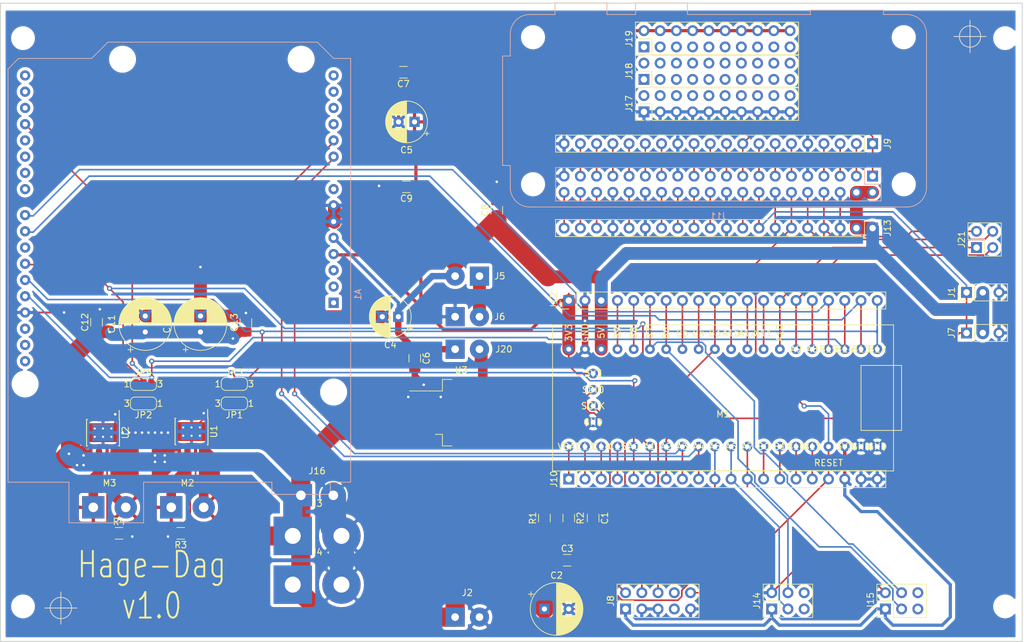
<source format=kicad_pcb>
(kicad_pcb (version 20171130) (host pcbnew "(5.1.2)-2")
  (layers (0 F.Cu signal) (31 B.Cu signal) (34 B.Paste user) (35 F.Paste user) (36 B.SilkS user) (37 F.SilkS user) (38 B.Mask user) (39 F.Mask user) (44 Edge.Cuts user))
  (net 0 "")
  (net 1 "Net-(MK1-Pad1)")
  (net 2 "Net-(MK2-Pad1)")
  (net 3 "Net-(MK3-Pad1)")
  (net 4 "Net-(MK4-Pad1)")
  (net 5 GND)
  (net 6 +5V)
  (net 7 "Net-(A1-Pad16)")
  (net 8 "Net-(A1-Pad15)")
  (net 9 "Net-(A1-Pad30)")
  (net 10 "Net-(A1-Pad14)")
  (net 11 "Net-(A1-Pad13)")
  (net 12 "Net-(A1-Pad12)")
  (net 13 "Net-(A1-Pad11)")
  (net 14 "Net-(A1-Pad25)")
  (net 15 "Net-(A1-Pad8)")
  (net 16 "Net-(A1-Pad22)")
  (net 17 "Net-(A1-Pad21)")
  (net 18 "Net-(A1-Pad20)")
  (net 19 "Net-(A1-Pad19)")
  (net 20 "Net-(A1-Pad3)")
  (net 21 "Net-(A1-Pad2)")
  (net 22 "Net-(A1-Pad17)")
  (net 23 "Net-(A1-Pad1)")
  (net 24 "Net-(A1-Pad31)")
  (net 25 "Net-(A1-Pad32)")
  (net 26 +3V3)
  (net 27 /VBAT_ADC)
  (net 28 +BATT)
  (net 29 /SenseB)
  (net 30 /SenseA)
  (net 31 /BrakeA)
  (net 32 /BrakeB)
  (net 33 /EncB1)
  (net 34 /EncB2)
  (net 35 /EncA2)
  (net 36 /EncA1)
  (net 37 /Reset)
  (net 38 "Net-(J11-Pad5)")
  (net 39 /PWMC)
  (net 40 "Net-(J5-Pad1)")
  (net 41 "Net-(J8-Pad8)")
  (net 42 "Net-(J8-Pad7)")
  (net 43 "Net-(J12-Pad10)")
  (net 44 "Net-(J8-Pad4)")
  (net 45 "Net-(J8-Pad2)")
  (net 46 "Net-(J11-Pad37)")
  (net 47 "Net-(J11-Pad35)")
  (net 48 "Net-(J11-Pad33)")
  (net 49 "Net-(J11-Pad31)")
  (net 50 "Net-(J11-Pad29)")
  (net 51 "Net-(J11-Pad27)")
  (net 52 "Net-(J11-Pad23)")
  (net 53 "Net-(J11-Pad21)")
  (net 54 "Net-(J11-Pad19)")
  (net 55 "Net-(J11-Pad1)")
  (net 56 "Net-(J11-Pad15)")
  (net 57 "Net-(J11-Pad13)")
  (net 58 "Net-(J11-Pad11)")
  (net 59 "Net-(J11-Pad7)")
  (net 60 "Net-(J11-Pad3)")
  (net 61 "Net-(J10-Pad16)")
  (net 62 "Net-(J10-Pad15)")
  (net 63 "Net-(J10-Pad14)")
  (net 64 "Net-(J10-Pad13)")
  (net 65 "Net-(J10-Pad4)")
  (net 66 "Net-(J10-Pad3)")
  (net 67 "Net-(J10-Pad2)")
  (net 68 "Net-(J10-Pad1)")
  (net 69 "Net-(J11-Pad40)")
  (net 70 "Net-(J11-Pad26)")
  (net 71 "Net-(J11-Pad22)")
  (net 72 "Net-(J11-Pad32)")
  (net 73 "Net-(J11-Pad18)")
  (net 74 "Net-(J11-Pad36)")
  (net 75 "Net-(J11-Pad38)")
  (net 76 "Net-(J11-Pad28)")
  (net 77 "Net-(J11-Pad24)")
  (net 78 "Net-(J12-Pad16)")
  (net 79 "Net-(J12-Pad13)")
  (net 80 "Net-(J12-Pad12)")
  (net 81 "Net-(J12-Pad11)")
  (net 82 "Net-(J12-Pad9)")
  (net 83 "Net-(J12-Pad8)")
  (net 84 "Net-(J12-Pad5)")
  (net 85 "Net-(J12-Pad4)")
  (net 86 "Net-(J14-Pad6)")
  (net 87 "Net-(J14-Pad5)")
  (net 88 "Net-(J15-Pad6)")
  (net 89 "Net-(J15-Pad5)")
  (net 90 "Net-(J17-Pad20)")
  (net 91 "Net-(J17-Pad18)")
  (net 92 "Net-(J17-Pad16)")
  (net 93 "Net-(J17-Pad14)")
  (net 94 "Net-(J17-Pad12)")
  (net 95 "Net-(J17-Pad10)")
  (net 96 "Net-(J17-Pad8)")
  (net 97 "Net-(J17-Pad6)")
  (net 98 "Net-(J17-Pad4)")
  (net 99 "Net-(J17-Pad2)")
  (net 100 "Net-(J18-Pad20)")
  (net 101 "Net-(J18-Pad19)")
  (net 102 "Net-(J18-Pad18)")
  (net 103 "Net-(J18-Pad17)")
  (net 104 "Net-(J18-Pad16)")
  (net 105 "Net-(J18-Pad15)")
  (net 106 "Net-(J18-Pad14)")
  (net 107 "Net-(J18-Pad13)")
  (net 108 "Net-(J18-Pad12)")
  (net 109 "Net-(J18-Pad11)")
  (net 110 "Net-(J18-Pad10)")
  (net 111 "Net-(J18-Pad9)")
  (net 112 "Net-(J18-Pad8)")
  (net 113 "Net-(J18-Pad7)")
  (net 114 "Net-(J18-Pad6)")
  (net 115 "Net-(J18-Pad5)")
  (net 116 "Net-(J18-Pad4)")
  (net 117 "Net-(J18-Pad3)")
  (net 118 "Net-(J18-Pad2)")
  (net 119 "Net-(J18-Pad1)")
  (net 120 "Net-(J19-Pad19)")
  (net 121 "Net-(J19-Pad17)")
  (net 122 "Net-(J19-Pad15)")
  (net 123 "Net-(J19-Pad13)")
  (net 124 "Net-(J19-Pad11)")
  (net 125 "Net-(J19-Pad9)")
  (net 126 "Net-(J19-Pad7)")
  (net 127 "Net-(J19-Pad5)")
  (net 128 "Net-(J19-Pad3)")
  (net 129 "Net-(J19-Pad1)")
  (net 130 /PI_TX)
  (net 131 /PI_RX)
  (net 132 /STM_TX)
  (net 133 /STM_RX)
  (net 134 /VREG)
  (net 135 DIRB)
  (net 136 DIRA)
  (net 137 PWMB)
  (net 138 PWMA)
  (net 139 "Net-(JP1-Pad1)")
  (net 140 "Net-(JP2-Pad1)")
  (net 141 "Net-(JP3-Pad1)")
  (net 142 "Net-(JP4-Pad1)")
  (net 143 "Net-(M2-Pad2)")
  (net 144 "Net-(M2-Pad1)")
  (net 145 "Net-(M3-Pad2)")
  (net 146 "Net-(M3-Pad1)")
  (net 147 "Net-(R3-Pad1)")
  (net 148 "Net-(R4-Pad1)")
  (net 149 FAULTA)
  (net 150 FAULTB)
  (module Module:Arduino_UNO_R3_WithMountingHoles (layer B.Cu) (at 107.188 91.948 90)
    (fp_text reference A1 (at 1.27 3.81 -90) (layer B.SilkS) (effects (justify mirror)))
    (fp_text value "Motor Shield")
    (pad "" np_thru_hole circle (at 38.1 -5.08) (size 3.2 3.2) (drill 3.2) (layers *.Cu *.Mask))
    (pad "" np_thru_hole circle (at 38.1 -33.02) (size 3.2 3.2) (drill 3.2) (layers *.Cu *.Mask))
    (pad "" np_thru_hole circle (at -12.7 -48.26) (size 3.2 3.2) (drill 3.2) (layers *.Cu *.Mask))
    (pad "" np_thru_hole circle (at -13.97 0) (size 3.2 3.2) (drill 3.2) (layers *.Cu *.Mask))
    (pad 16 thru_hole oval (at 33.02 -48.26) (size 1.6 1.6) (drill 0.8) (layers *.Cu *.Mask) (net 7 "Net-(A1-Pad16)"))
    (pad 15 thru_hole oval (at 35.56 -48.26) (size 1.6 1.6) (drill 0.8) (layers *.Cu *.Mask) (net 8 "Net-(A1-Pad15)"))
    (pad 30 thru_hole oval (at -4.06 -48.26) (size 1.6 1.6) (drill 0.8) (layers *.Cu *.Mask) (net 9 "Net-(A1-Pad30)"))
    (pad 14 thru_hole oval (at 35.56 0) (size 1.6 1.6) (drill 0.8) (layers *.Cu *.Mask) (net 10 "Net-(A1-Pad14)"))
    (pad 29 thru_hole oval (at -1.52 -48.26) (size 1.6 1.6) (drill 0.8) (layers *.Cu *.Mask) (net 5 GND))
    (pad 13 thru_hole oval (at 33.02 0) (size 1.6 1.6) (drill 0.8) (layers *.Cu *.Mask) (net 11 "Net-(A1-Pad13)"))
    (pad 28 thru_hole oval (at 1.02 -48.26) (size 1.6 1.6) (drill 0.8) (layers *.Cu *.Mask) (net 135 DIRB))
    (pad 12 thru_hole oval (at 30.48 0) (size 1.6 1.6) (drill 0.8) (layers *.Cu *.Mask) (net 12 "Net-(A1-Pad12)"))
    (pad 27 thru_hole oval (at 3.56 -48.26) (size 1.6 1.6) (drill 0.8) (layers *.Cu *.Mask) (net 136 DIRA))
    (pad 11 thru_hole oval (at 27.94 0) (size 1.6 1.6) (drill 0.8) (layers *.Cu *.Mask) (net 13 "Net-(A1-Pad11)"))
    (pad 26 thru_hole oval (at 6.1 -48.26) (size 1.6 1.6) (drill 0.8) (layers *.Cu *.Mask) (net 137 PWMB))
    (pad 10 thru_hole oval (at 25.4 0) (size 1.6 1.6) (drill 0.8) (layers *.Cu *.Mask) (net 29 /SenseB))
    (pad 25 thru_hole oval (at 8.64 -48.26) (size 1.6 1.6) (drill 0.8) (layers *.Cu *.Mask) (net 14 "Net-(A1-Pad25)"))
    (pad 9 thru_hole oval (at 22.86 0) (size 1.6 1.6) (drill 0.8) (layers *.Cu *.Mask) (net 30 /SenseA))
    (pad 24 thru_hole oval (at 11.18 -48.26) (size 1.6 1.6) (drill 0.8) (layers *.Cu *.Mask) (net 31 /BrakeA))
    (pad 8 thru_hole oval (at 17.78 0) (size 1.6 1.6) (drill 0.8) (layers *.Cu *.Mask) (net 15 "Net-(A1-Pad8)"))
    (pad 23 thru_hole oval (at 13.72 -48.26) (size 1.6 1.6) (drill 0.8) (layers *.Cu *.Mask) (net 32 /BrakeB))
    (pad 7 thru_hole oval (at 15.24 0) (size 1.6 1.6) (drill 0.8) (layers *.Cu *.Mask) (net 5 GND))
    (pad 22 thru_hole oval (at 17.78 -48.26) (size 1.6 1.6) (drill 0.8) (layers *.Cu *.Mask) (net 16 "Net-(A1-Pad22)"))
    (pad 6 thru_hole oval (at 12.7 0) (size 1.6 1.6) (drill 0.8) (layers *.Cu *.Mask) (net 5 GND))
    (pad 21 thru_hole oval (at 20.32 -48.26) (size 1.6 1.6) (drill 0.8) (layers *.Cu *.Mask) (net 17 "Net-(A1-Pad21)"))
    (pad 5 thru_hole oval (at 10.16 0) (size 1.6 1.6) (drill 0.8) (layers *.Cu *.Mask) (net 6 +5V))
    (pad 20 thru_hole oval (at 22.86 -48.26) (size 1.6 1.6) (drill 0.8) (layers *.Cu *.Mask) (net 18 "Net-(A1-Pad20)"))
    (pad 4 thru_hole oval (at 7.62 0) (size 1.6 1.6) (drill 0.8) (layers *.Cu *.Mask) (net 26 +3V3))
    (pad 19 thru_hole oval (at 25.4 -48.26) (size 1.6 1.6) (drill 0.8) (layers *.Cu *.Mask) (net 19 "Net-(A1-Pad19)"))
    (pad 3 thru_hole oval (at 5.08 0) (size 1.6 1.6) (drill 0.8) (layers *.Cu *.Mask) (net 20 "Net-(A1-Pad3)"))
    (pad 18 thru_hole oval (at 27.94 -48.26) (size 1.6 1.6) (drill 0.8) (layers *.Cu *.Mask) (net 138 PWMA))
    (pad 2 thru_hole oval (at 2.54 0) (size 1.6 1.6) (drill 0.8) (layers *.Cu *.Mask) (net 21 "Net-(A1-Pad2)"))
    (pad 17 thru_hole oval (at 30.48 -48.26) (size 1.6 1.6) (drill 0.8) (layers *.Cu *.Mask) (net 22 "Net-(A1-Pad17)"))
    (pad 1 thru_hole rect (at 0 0) (size 1.6 1.6) (drill 0.8) (layers *.Cu *.Mask) (net 23 "Net-(A1-Pad1)"))
    (pad 31 thru_hole oval (at -6.6 -48.26) (size 1.6 1.6) (drill 0.8) (layers *.Cu *.Mask) (net 24 "Net-(A1-Pad31)"))
    (pad 32 thru_hole oval (at -9.14 -48.26) (size 1.6 1.6) (drill 0.8) (layers *.Cu *.Mask) (net 25 "Net-(A1-Pad32)"))
  )
  (module Jumper:SolderJumper-3_P1.3mm_Bridged2Bar12_RoundedPad1.0x1.5mm_NumberLabels (layer F.Cu) (at 77.44 104.648)
    (fp_text reference JP4 (at 0 -1.8) (layer F.SilkS))
    (fp_text value IN1)
    (fp_poly (pts (xy -0.9 0.2) (xy -0.4 0.2) (xy -0.4 0.6) (xy -0.9 0.6)) (layer F.Cu) (width 0))
    (fp_poly (pts (xy -0.9 -0.6) (xy -0.4 -0.6) (xy -0.4 -0.2) (xy -0.9 -0.2)) (layer F.Cu) (width 0))
    (fp_text user 1 (at -2.6 0) (layer F.SilkS))
    (fp_text user 3 (at 2.6 0) (layer F.SilkS))
    (pad 1 smd custom (at -1.3 0) (size 1 0.5) (layers F.Cu F.Mask) (net 142 "Net-(JP4-Pad1)") (options (clearance outline) (anchor rect)) (primitives (gr_circle (center 0 0.25) (end 0.5 0.25) (width 0)) (gr_circle (center 0 -0.25) (end 0.5 -0.25) (width 0)) (gr_poly (pts (xy 0.55 -0.75) (xy 0 -0.75) (xy 0 0.75) (xy 0.55 0.75)) (width 0))))
    (pad 2 smd rect (at 0 0) (size 1 1.5) (layers F.Cu F.Mask) (net 137 PWMB))
    (pad 3 smd custom (at 1.3 0) (size 1 0.5) (layers F.Cu F.Mask) (net 135 DIRB) (options (clearance outline) (anchor rect)) (primitives (gr_circle (center 0 0.25) (end 0.5 0.25) (width 0)) (gr_circle (center 0 -0.25) (end 0.5 -0.25) (width 0)) (gr_poly (pts (xy -0.55 -0.75) (xy 0 -0.75) (xy 0 0.75) (xy -0.55 0.75)) (width 0))))
  )
  (module Package_SO:Texas_HTSOP-8-1EP_3.9x4.9mm_P1.27mm_EP2.95x4.9mm_Mask2.4x3.1mm_ThermalVias (layer F.Cu) (at 71.12 112.268 270)
    (fp_text reference U2 (at 0 -3.5 90) (layer F.SilkS))
    (fp_text value DRV8872DDA)
    (pad 9 thru_hole circle (at 0.65 1.3 270) (size 0.63 0.63) (drill 0.33) (layers *.Cu *.Mask) (net 5 GND))
    (pad 9 thru_hole circle (at -0.65 1.3 270) (size 0.63 0.63) (drill 0.33) (layers *.Cu *.Mask) (net 5 GND))
    (pad 9 thru_hole circle (at 0.65 -1.3 270) (size 0.63 0.63) (drill 0.33) (layers *.Cu *.Mask) (net 5 GND))
    (pad 9 thru_hole circle (at 0.65 0 270) (size 0.63 0.63) (drill 0.33) (layers *.Cu *.Mask) (net 5 GND))
    (pad 9 thru_hole circle (at -0.65 0 270) (size 0.63 0.63) (drill 0.33) (layers *.Cu *.Mask) (net 5 GND))
    (pad 9 thru_hole circle (at -0.65 -1.3 270) (size 0.63 0.63) (drill 0.33) (layers *.Cu *.Mask) (net 5 GND))
    (pad 9 smd rect (at 0 0 270) (size 2.95 4.9) (layers F.Cu) (net 5 GND))
    (pad 8 smd rect (at 2.875 -1.905 270) (size 2.2 0.5) (layers F.Cu F.Paste F.Mask) (net 145 "Net-(M3-Pad2)"))
    (pad 7 smd rect (at 2.875 -0.635 270) (size 2.2 0.5) (layers F.Cu F.Paste F.Mask) (net 148 "Net-(R4-Pad1)"))
    (pad 6 smd rect (at 2.875 0.635 270) (size 2.2 0.5) (layers F.Cu F.Paste F.Mask) (net 146 "Net-(M3-Pad1)"))
    (pad 5 smd rect (at 2.875 1.905 270) (size 2.2 0.5) (layers F.Cu F.Paste F.Mask) (net 28 +BATT))
    (pad 4 smd rect (at -2.875 1.905 270) (size 2.2 0.5) (layers F.Cu F.Paste F.Mask) (net 150 FAULTB))
    (pad 3 smd rect (at -2.875 0.635 270) (size 2.2 0.5) (layers F.Cu F.Paste F.Mask) (net 142 "Net-(JP4-Pad1)"))
    (pad 2 smd rect (at -2.875 -0.635 270) (size 2.2 0.5) (layers F.Cu F.Paste F.Mask) (net 140 "Net-(JP2-Pad1)"))
    (pad 1 smd rect (at -2.875 -1.905 270) (size 2.2 0.5) (layers F.Cu F.Paste F.Mask) (net 5 GND))
    (pad 9 smd rect (at 0 0 270) (size 2.6 3.3) (layers B.Cu) (net 5 GND))
  )
  (module Package_SO:Texas_HTSOP-8-1EP_3.9x4.9mm_P1.27mm_EP2.95x4.9mm_Mask2.4x3.1mm_ThermalVias (layer F.Cu) (at 84.963 112.095 270)
    (fp_text reference U1 (at 0 -3.5 90) (layer F.SilkS))
    (fp_text value DRV8872DDA)
    (pad 9 thru_hole circle (at 0.65 1.3 270) (size 0.63 0.63) (drill 0.33) (layers *.Cu *.Mask) (net 5 GND))
    (pad 9 thru_hole circle (at -0.65 1.3 270) (size 0.63 0.63) (drill 0.33) (layers *.Cu *.Mask) (net 5 GND))
    (pad 9 thru_hole circle (at 0.65 -1.3 270) (size 0.63 0.63) (drill 0.33) (layers *.Cu *.Mask) (net 5 GND))
    (pad 9 thru_hole circle (at 0.65 0 270) (size 0.63 0.63) (drill 0.33) (layers *.Cu *.Mask) (net 5 GND))
    (pad 9 thru_hole circle (at -0.65 0 270) (size 0.63 0.63) (drill 0.33) (layers *.Cu *.Mask) (net 5 GND))
    (pad 9 thru_hole circle (at -0.65 -1.3 270) (size 0.63 0.63) (drill 0.33) (layers *.Cu *.Mask) (net 5 GND))
    (pad 9 smd rect (at 0 0 270) (size 2.95 4.9) (layers F.Cu) (net 5 GND))
    (pad 8 smd rect (at 2.875 -1.905 270) (size 2.2 0.5) (layers F.Cu F.Paste F.Mask) (net 143 "Net-(M2-Pad2)"))
    (pad 7 smd rect (at 2.875 -0.635 270) (size 2.2 0.5) (layers F.Cu F.Paste F.Mask) (net 147 "Net-(R3-Pad1)"))
    (pad 6 smd rect (at 2.875 0.635 270) (size 2.2 0.5) (layers F.Cu F.Paste F.Mask) (net 144 "Net-(M2-Pad1)"))
    (pad 5 smd rect (at 2.875 1.905 270) (size 2.2 0.5) (layers F.Cu F.Paste F.Mask) (net 28 +BATT))
    (pad 4 smd rect (at -2.875 1.905 270) (size 2.2 0.5) (layers F.Cu F.Paste F.Mask) (net 149 FAULTA))
    (pad 3 smd rect (at -2.875 0.635 270) (size 2.2 0.5) (layers F.Cu F.Paste F.Mask) (net 141 "Net-(JP3-Pad1)"))
    (pad 2 smd rect (at -2.875 -0.635 270) (size 2.2 0.5) (layers F.Cu F.Paste F.Mask) (net 139 "Net-(JP1-Pad1)"))
    (pad 1 smd rect (at -2.875 -1.905 270) (size 2.2 0.5) (layers F.Cu F.Paste F.Mask) (net 5 GND))
    (pad 9 smd rect (at 0 0 270) (size 2.6 3.3) (layers B.Cu) (net 5 GND))
  )
  (module Resistor_SMD:R_1206_3216Metric_Pad1.42x1.75mm_HandSolder (layer F.Cu) (at 73.6235 128.016)
    (fp_text reference R4 (at 0 -1.82) (layer F.SilkS))
    (fp_text value R)
    (pad 2 smd roundrect (at 1.4875 0) (size 1.425 1.75) (layers F.Cu F.Paste F.Mask) (roundrect_rratio 0.175439) (net 5 GND))
    (pad 1 smd roundrect (at -1.4875 0) (size 1.425 1.75) (layers F.Cu F.Paste F.Mask) (roundrect_rratio 0.175439) (net 148 "Net-(R4-Pad1)"))
  )
  (module Resistor_SMD:R_1206_3216Metric_Pad1.42x1.75mm_HandSolder (layer F.Cu) (at 83.2755 128.016 180)
    (fp_text reference R3 (at 0 -1.82) (layer F.SilkS))
    (fp_text value R)
    (pad 2 smd roundrect (at 1.4875 0 180) (size 1.425 1.75) (layers F.Cu F.Paste F.Mask) (roundrect_rratio 0.175439) (net 5 GND))
    (pad 1 smd roundrect (at -1.4875 0 180) (size 1.425 1.75) (layers F.Cu F.Paste F.Mask) (roundrect_rratio 0.175439) (net 147 "Net-(R3-Pad1)"))
  )
  (module Connector_Wire:SolderWirePad_1x02_P5.08mm_Drill1.5mm (layer F.Cu) (at 69.596 123.952)
    (fp_text reference M3 (at 2.54 -3.81) (layer F.SilkS))
    (fp_text value Motor_DC)
    (pad 2 thru_hole circle (at 5.08 0) (size 3.50012 3.50012) (drill 1.50114) (layers *.Cu *.Mask) (net 145 "Net-(M3-Pad2)"))
    (pad 1 thru_hole rect (at 0 0) (size 3.50012 3.50012) (drill 1.50114) (layers *.Cu *.Mask) (net 146 "Net-(M3-Pad1)"))
  )
  (module Connector_Wire:SolderWirePad_1x02_P5.08mm_Drill1.5mm (layer F.Cu) (at 81.788 123.952)
    (fp_text reference M2 (at 2.54 -3.81) (layer F.SilkS))
    (fp_text value Motor_DC)
    (pad 2 thru_hole circle (at 5.08 0) (size 3.50012 3.50012) (drill 1.50114) (layers *.Cu *.Mask) (net 143 "Net-(M2-Pad2)"))
    (pad 1 thru_hole rect (at 0 0) (size 3.50012 3.50012) (drill 1.50114) (layers *.Cu *.Mask) (net 144 "Net-(M2-Pad1)"))
  )
  (module Jumper:SolderJumper-3_P1.3mm_Bridged2Bar12_RoundedPad1.0x1.5mm_NumberLabels (layer F.Cu) (at 91.664 104.648)
    (fp_text reference JP3 (at 0 -1.8) (layer F.SilkS))
    (fp_text value IN1)
    (fp_poly (pts (xy -0.9 0.2) (xy -0.4 0.2) (xy -0.4 0.6) (xy -0.9 0.6)) (layer F.Cu) (width 0))
    (fp_poly (pts (xy -0.9 -0.6) (xy -0.4 -0.6) (xy -0.4 -0.2) (xy -0.9 -0.2)) (layer F.Cu) (width 0))
    (fp_text user 1 (at -2.6 0) (layer F.SilkS))
    (fp_text user 3 (at 2.6 0) (layer F.SilkS))
    (pad 1 smd custom (at -1.3 0) (size 1 0.5) (layers F.Cu F.Mask) (net 141 "Net-(JP3-Pad1)") (options (clearance outline) (anchor rect)) (primitives (gr_circle (center 0 0.25) (end 0.5 0.25) (width 0)) (gr_circle (center 0 -0.25) (end 0.5 -0.25) (width 0)) (gr_poly (pts (xy 0.55 -0.75) (xy 0 -0.75) (xy 0 0.75) (xy 0.55 0.75)) (width 0))))
    (pad 2 smd rect (at 0 0) (size 1 1.5) (layers F.Cu F.Mask) (net 138 PWMA))
    (pad 3 smd custom (at 1.3 0) (size 1 0.5) (layers F.Cu F.Mask) (net 136 DIRA) (options (clearance outline) (anchor rect)) (primitives (gr_circle (center 0 0.25) (end 0.5 0.25) (width 0)) (gr_circle (center 0 -0.25) (end 0.5 -0.25) (width 0)) (gr_poly (pts (xy -0.55 -0.75) (xy 0 -0.75) (xy 0 0.75) (xy -0.55 0.75)) (width 0))))
  )
  (module Jumper:SolderJumper-3_P1.3mm_Bridged2Bar12_RoundedPad1.0x1.5mm_NumberLabels (layer F.Cu) (at 77.44 107.696 180)
    (fp_text reference JP2 (at 0 -1.8) (layer F.SilkS))
    (fp_text value IN2)
    (fp_poly (pts (xy -0.9 0.2) (xy -0.4 0.2) (xy -0.4 0.6) (xy -0.9 0.6)) (layer F.Cu) (width 0))
    (fp_poly (pts (xy -0.9 -0.6) (xy -0.4 -0.6) (xy -0.4 -0.2) (xy -0.9 -0.2)) (layer F.Cu) (width 0))
    (fp_text user 1 (at -2.6 0) (layer F.SilkS))
    (fp_text user 3 (at 2.6 0) (layer F.SilkS))
    (pad 1 smd custom (at -1.3 0 180) (size 1 0.5) (layers F.Cu F.Mask) (net 140 "Net-(JP2-Pad1)") (options (clearance outline) (anchor rect)) (primitives (gr_circle (center 0 0.25) (end 0.5 0.25) (width 0)) (gr_circle (center 0 -0.25) (end 0.5 -0.25) (width 0)) (gr_poly (pts (xy 0.55 -0.75) (xy 0 -0.75) (xy 0 0.75) (xy 0.55 0.75)) (width 0))))
    (pad 2 smd rect (at 0 0 180) (size 1 1.5) (layers F.Cu F.Mask) (net 135 DIRB))
    (pad 3 smd custom (at 1.3 0 180) (size 1 0.5) (layers F.Cu F.Mask) (net 137 PWMB) (options (clearance outline) (anchor rect)) (primitives (gr_circle (center 0 0.25) (end 0.5 0.25) (width 0)) (gr_circle (center 0 -0.25) (end 0.5 -0.25) (width 0)) (gr_poly (pts (xy -0.55 -0.75) (xy 0 -0.75) (xy 0 0.75) (xy -0.55 0.75)) (width 0))))
  )
  (module Jumper:SolderJumper-3_P1.3mm_Bridged2Bar12_RoundedPad1.0x1.5mm_NumberLabels (layer F.Cu) (at 91.664 107.696 180)
    (fp_text reference JP1 (at 0 -1.8) (layer F.SilkS))
    (fp_text value IN2)
    (fp_poly (pts (xy -0.9 0.2) (xy -0.4 0.2) (xy -0.4 0.6) (xy -0.9 0.6)) (layer F.Cu) (width 0))
    (fp_poly (pts (xy -0.9 -0.6) (xy -0.4 -0.6) (xy -0.4 -0.2) (xy -0.9 -0.2)) (layer F.Cu) (width 0))
    (fp_text user 1 (at -2.6 0) (layer F.SilkS))
    (fp_text user 3 (at 2.6 0) (layer F.SilkS))
    (pad 1 smd custom (at -1.3 0 180) (size 1 0.5) (layers F.Cu F.Mask) (net 139 "Net-(JP1-Pad1)") (options (clearance outline) (anchor rect)) (primitives (gr_circle (center 0 0.25) (end 0.5 0.25) (width 0)) (gr_circle (center 0 -0.25) (end 0.5 -0.25) (width 0)) (gr_poly (pts (xy 0.55 -0.75) (xy 0 -0.75) (xy 0 0.75) (xy 0.55 0.75)) (width 0))))
    (pad 2 smd rect (at 0 0 180) (size 1 1.5) (layers F.Cu F.Mask) (net 136 DIRA))
    (pad 3 smd custom (at 1.3 0 180) (size 1 0.5) (layers F.Cu F.Mask) (net 138 PWMA) (options (clearance outline) (anchor rect)) (primitives (gr_circle (center 0 0.25) (end 0.5 0.25) (width 0)) (gr_circle (center 0 -0.25) (end 0.5 -0.25) (width 0)) (gr_poly (pts (xy -0.55 -0.75) (xy 0 -0.75) (xy 0 0.75) (xy -0.55 0.75)) (width 0))))
  )
  (module Capacitor_SMD:C_1206_3216Metric_Pad1.42x1.75mm_HandSolder (layer F.Cu) (at 93.472 95.0325 90)
    (fp_text reference C13 (at 0 -1.82 90) (layer F.SilkS))
    (fp_text value C)
    (pad 2 smd roundrect (at 1.4875 0 90) (size 1.425 1.75) (layers F.Cu F.Paste F.Mask) (roundrect_rratio 0.175439) (net 5 GND))
    (pad 1 smd roundrect (at -1.4875 0 90) (size 1.425 1.75) (layers F.Cu F.Paste F.Mask) (roundrect_rratio 0.175439) (net 28 +BATT))
  )
  (module Capacitor_SMD:C_1206_3216Metric_Pad1.42x1.75mm_HandSolder (layer F.Cu) (at 70.104 94.996 90)
    (fp_text reference C12 (at 0 -1.82 90) (layer F.SilkS))
    (fp_text value C)
    (pad 2 smd roundrect (at 1.4875 0 90) (size 1.425 1.75) (layers F.Cu F.Paste F.Mask) (roundrect_rratio 0.175439) (net 5 GND))
    (pad 1 smd roundrect (at -1.4875 0 90) (size 1.425 1.75) (layers F.Cu F.Paste F.Mask) (roundrect_rratio 0.175439) (net 28 +BATT))
  )
  (module Capacitor_THT:CP_Radial_D8.0mm_P2.50mm (layer F.Cu) (at 77.724 96.52 90)
    (fp_text reference C11 (at 1.25 -5.25 90) (layer F.SilkS))
    (fp_text value CP)
    (pad 2 thru_hole circle (at 2.5 0 90) (size 1.6 1.6) (drill 0.8) (layers *.Cu *.Mask) (net 5 GND))
    (pad 1 thru_hole rect (at 0 0 90) (size 1.6 1.6) (drill 0.8) (layers *.Cu *.Mask) (net 28 +BATT))
  )
  (module Capacitor_THT:CP_Radial_D8.0mm_P2.50mm (layer F.Cu) (at 86.36 96.52 90)
    (fp_text reference C10 (at 1.25 -5.25 90) (layer F.SilkS))
    (fp_text value CP)
    (pad 2 thru_hole circle (at 2.5 0 90) (size 1.6 1.6) (drill 0.8) (layers *.Cu *.Mask) (net 5 GND))
    (pad 1 thru_hole rect (at 0 0 90) (size 1.6 1.6) (drill 0.8) (layers *.Cu *.Mask) (net 28 +BATT))
  )
  (module STM-nano:STM-Nano (layer F.Cu) (at 151.6 101.75)
    (fp_text reference M1 (at 16.51 7.62) (layer F.SilkS))
    (fp_text value STM)
    (fp_text user 3V3 (at -7.62 -5.08 90) (layer F.SilkS))
    (fp_text user GND (at -5.08 -5.08 90) (layer F.SilkS))
    (fp_text user 5V (at -2.54 -5.08 90) (layer F.SilkS))
    (fp_text user B9 (at 0 -5.08 90) (layer F.SilkS))
    (fp_text user B8 (at 2.54 -5.08 90) (layer F.SilkS))
    (fp_text user B7 (at 5.08 -5.08 90) (layer F.SilkS))
    (fp_text user B6 (at 7.62 -5.08 90) (layer F.SilkS))
    (fp_text user B5 (at 10.16 -5.08) (layer F.SilkS))
    (fp_text user B4 (at 12.7 -5.08) (layer F.SilkS))
    (fp_text user B3 (at 15.24 -5.08) (layer F.SilkS))
    (fp_text user A15 (at 17.78 -5.08) (layer F.SilkS))
    (fp_text user A12 (at 20.32 -5.08) (layer F.SilkS))
    (fp_text user A11 (at 22.86 -5.08) (layer F.SilkS))
    (fp_text user A10 (at 25.4 -5.08 90) (layer F.SilkS))
    (fp_text user A9 (at 27.94 -2.54) (layer F.SilkS))
    (fp_text user A8 (at 30.48 -2.54) (layer F.SilkS))
    (fp_text user B15 (at 33.02 -2.54) (layer F.SilkS))
    (fp_text user B14 (at 35.56 -2.54) (layer F.SilkS))
    (fp_text user B13 (at 38.1 -2.54) (layer F.SilkS))
    (fp_text user B12 (at 40.64 -2.54) (layer F.SilkS))
    (fp_text user GND (at 40.64 12.7) (layer F.SilkS))
    (fp_text user GND (at 38.1 12.7) (layer F.SilkS))
    (fp_text user 3V3 (at 35.56 12.7) (layer F.SilkS))
    (fp_text user RESET (at 33.02 15.24) (layer F.SilkS))
    (fp_text user B11 (at 30.48 12.7) (layer F.SilkS))
    (fp_text user B10 (at 27.94 12.7) (layer F.SilkS))
    (fp_text user B1 (at 25.4 12.7) (layer F.SilkS))
    (fp_text user B0 (at 22.86 12.7) (layer F.SilkS))
    (fp_text user A7 (at 20.32 12.7) (layer F.SilkS))
    (fp_text user A6 (at 17.78 12.7) (layer F.SilkS))
    (fp_text user A5 (at 15.24 12.7) (layer F.SilkS))
    (fp_text user A4 (at 12.7 12.7) (layer F.SilkS))
    (fp_text user A3 (at 10.16 12.7) (layer F.SilkS))
    (fp_text user A2 (at 7.62 12.7) (layer F.SilkS))
    (fp_text user A1 (at 5.08 12.7) (layer F.SilkS))
    (fp_text user A0 (at 2.54 12.7) (layer F.SilkS))
    (fp_text user C15 (at 0 12.7) (layer F.SilkS))
    (fp_text user C14 (at -2.54 12.7) (layer F.SilkS))
    (fp_text user C13 (at -5.08 12.7) (layer F.SilkS))
    (fp_text user VBAT (at -7.62 12.7) (layer F.SilkS))
    (fp_text user 3V3 (at -3.81 1.27) (layer F.SilkS))
    (fp_text user SDIO (at -3.81 3.81) (layer F.SilkS))
    (fp_text user SCLK (at -3.81 6.35) (layer F.SilkS))
    (fp_text user GND (at -3.81 8.89) (layer F.SilkS))
    (pad 1 thru_hole circle (at -7.62 -2.54) (size 1.524 1.524) (drill 0.762) (layers *.Cu *.Mask) (net 26 +3V3))
    (pad 2 thru_hole circle (at -5.08 -2.54) (size 1.524 1.524) (drill 0.762) (layers *.Cu *.Mask) (net 5 GND))
    (pad 3 thru_hole circle (at -2.54 -2.54) (size 1.524 1.524) (drill 0.762) (layers *.Cu *.Mask) (net 6 +5V))
    (pad 4 thru_hole circle (at 0 -2.54) (size 1.524 1.524) (drill 0.762) (layers *.Cu *.Mask) (net 85 "Net-(J12-Pad4)"))
    (pad 5 thru_hole circle (at 2.54 -2.54) (size 1.524 1.524) (drill 0.762) (layers *.Cu *.Mask) (net 84 "Net-(J12-Pad5)"))
    (pad 6 thru_hole circle (at 5.08 -2.54) (size 1.524 1.524) (drill 0.762) (layers *.Cu *.Mask) (net 34 /EncB2))
    (pad 7 thru_hole circle (at 7.62 -2.54) (size 1.524 1.524) (drill 0.762) (layers *.Cu *.Mask) (net 33 /EncB1))
    (pad 8 thru_hole circle (at 10.16 -2.54) (size 1.524 1.524) (drill 0.762) (layers *.Cu *.Mask) (net 83 "Net-(J12-Pad8)"))
    (pad 9 thru_hole circle (at 12.7 -2.54) (size 1.524 1.524) (drill 0.762) (layers *.Cu *.Mask) (net 82 "Net-(J12-Pad9)"))
    (pad 10 thru_hole circle (at 15.24 -2.54) (size 1.524 1.524) (drill 0.762) (layers *.Cu *.Mask) (net 43 "Net-(J12-Pad10)"))
    (pad 11 thru_hole circle (at 17.78 -2.54) (size 1.524 1.524) (drill 0.762) (layers *.Cu *.Mask) (net 81 "Net-(J12-Pad11)"))
    (pad 12 thru_hole circle (at 20.32 -2.54) (size 1.524 1.524) (drill 0.762) (layers *.Cu *.Mask) (net 80 "Net-(J12-Pad12)"))
    (pad 13 thru_hole circle (at 22.86 -2.54) (size 1.524 1.524) (drill 0.762) (layers *.Cu *.Mask) (net 79 "Net-(J12-Pad13)"))
    (pad 14 thru_hole circle (at 25.4 -2.54) (size 1.524 1.524) (drill 0.762) (layers *.Cu *.Mask) (net 133 /STM_RX))
    (pad 15 thru_hole circle (at 27.94 -2.54) (size 1.524 1.524) (drill 0.762) (layers *.Cu *.Mask) (net 132 /STM_TX))
    (pad 16 thru_hole circle (at 30.48 -2.54) (size 1.524 1.524) (drill 0.762) (layers *.Cu *.Mask) (net 78 "Net-(J12-Pad16)"))
    (pad 17 thru_hole circle (at 33.02 -2.54) (size 1.524 1.524) (drill 0.762) (layers *.Cu *.Mask) (net 32 /BrakeB))
    (pad 18 thru_hole circle (at 35.56 -2.54) (size 1.524 1.524) (drill 0.762) (layers *.Cu *.Mask) (net 135 DIRB))
    (pad 19 thru_hole circle (at 38.1 -2.54) (size 1.524 1.524) (drill 0.762) (layers *.Cu *.Mask) (net 31 /BrakeA))
    (pad 20 thru_hole circle (at 40.64 -2.54) (size 1.524 1.524) (drill 0.762) (layers *.Cu *.Mask) (net 136 DIRA))
    (pad 21 thru_hole circle (at 40.64 12.7) (size 1.524 1.524) (drill 0.762) (layers *.Cu *.Mask) (net 5 GND))
    (pad 22 thru_hole circle (at 38.1 12.7) (size 1.524 1.524) (drill 0.762) (layers *.Cu *.Mask) (net 5 GND))
    (pad 23 thru_hole circle (at 35.56 12.7) (size 1.524 1.524) (drill 0.762) (layers *.Cu *.Mask) (net 26 +3V3))
    (pad 24 thru_hole circle (at 33.02 12.7) (size 1.524 1.524) (drill 0.762) (layers *.Cu *.Mask) (net 37 /Reset))
    (pad 25 thru_hole circle (at 30.48 12.7) (size 1.524 1.524) (drill 0.762) (layers *.Cu *.Mask) (net 61 "Net-(J10-Pad16)"))
    (pad 26 thru_hole circle (at 27.94 12.7) (size 1.524 1.524) (drill 0.762) (layers *.Cu *.Mask) (net 62 "Net-(J10-Pad15)"))
    (pad 27 thru_hole circle (at 25.4 12.7) (size 1.524 1.524) (drill 0.762) (layers *.Cu *.Mask) (net 63 "Net-(J10-Pad14)"))
    (pad 28 thru_hole circle (at 22.86 12.7) (size 1.524 1.524) (drill 0.762) (layers *.Cu *.Mask) (net 64 "Net-(J10-Pad13)"))
    (pad 29 thru_hole circle (at 20.32 12.7) (size 1.524 1.524) (drill 0.762) (layers *.Cu *.Mask) (net 35 /EncA2))
    (pad 30 thru_hole circle (at 17.78 12.7) (size 1.524 1.524) (drill 0.762) (layers *.Cu *.Mask) (net 36 /EncA1))
    (pad 31 thru_hole circle (at 15.24 12.7) (size 1.524 1.524) (drill 0.762) (layers *.Cu *.Mask) (net 27 /VBAT_ADC))
    (pad 32 thru_hole circle (at 12.7 12.7) (size 1.524 1.524) (drill 0.762) (layers *.Cu *.Mask) (net 29 /SenseB))
    (pad 33 thru_hole circle (at 10.16 12.7) (size 1.524 1.524) (drill 0.762) (layers *.Cu *.Mask) (net 30 /SenseA))
    (pad 34 thru_hole circle (at 7.62 12.7) (size 1.524 1.524) (drill 0.762) (layers *.Cu *.Mask) (net 39 /PWMC))
    (pad 35 thru_hole circle (at 5.08 12.7) (size 1.524 1.524) (drill 0.762) (layers *.Cu *.Mask) (net 137 PWMB))
    (pad 36 thru_hole circle (at 2.54 12.7) (size 1.524 1.524) (drill 0.762) (layers *.Cu *.Mask) (net 138 PWMA))
    (pad 37 thru_hole circle (at 0 12.7) (size 1.524 1.524) (drill 0.762) (layers *.Cu *.Mask) (net 65 "Net-(J10-Pad4)"))
    (pad 38 thru_hole circle (at -2.54 12.7) (size 1.524 1.524) (drill 0.762) (layers *.Cu *.Mask) (net 66 "Net-(J10-Pad3)"))
    (pad 39 thru_hole circle (at -5.08 12.7) (size 1.524 1.524) (drill 0.762) (layers *.Cu *.Mask) (net 67 "Net-(J10-Pad2)"))
    (pad 40 thru_hole circle (at -7.62 12.7) (size 1.524 1.524) (drill 0.762) (layers *.Cu *.Mask) (net 68 "Net-(J10-Pad1)"))
    (pad 41 thru_hole circle (at -3.81 8.89) (size 1.524 1.524) (drill 0.762) (layers *.Cu *.Mask) (net 5 GND))
    (pad 42 thru_hole circle (at -3.81 6.35) (size 1.524 1.524) (drill 0.762) (layers *.Cu *.Mask) (net 44 "Net-(J8-Pad4)"))
    (pad 43 thru_hole circle (at -3.81 3.81) (size 1.524 1.524) (drill 0.762) (layers *.Cu *.Mask) (net 45 "Net-(J8-Pad2)"))
    (pad 44 thru_hole circle (at -3.81 1.27) (size 1.524 1.524) (drill 0.762) (layers *.Cu *.Mask) (net 26 +3V3))
  )
  (module Module:Raspberry_Pi_Zero_Socketed_THT_FaceDown_MountingHoles (layer B.Cu) (at 191.516 72.136 90)
    (fp_text reference J11 (at -6.27 -24.13) (layer B.SilkS) (effects (justify mirror)))
    (fp_text value RPi)
    (pad "" np_thru_hole circle (at -1.27 -53.13) (size 2.75 2.75) (drill 2.75) (layers *.Cu *.Mask))
    (pad "" np_thru_hole circle (at 21.73 4.87) (size 2.75 2.75) (drill 2.75) (layers *.Cu *.Mask))
    (pad "" np_thru_hole circle (at 21.73 -53.13) (size 2.75 2.75) (drill 2.75) (layers *.Cu *.Mask))
    (pad "" np_thru_hole circle (at -1.27 4.87) (size 2.75 2.75) (drill 2.75) (layers *.Cu *.Mask))
    (pad 40 thru_hole oval (at -2.54 -48.26 90) (size 1.7 1.7) (drill 1) (layers *.Cu *.Mask) (net 69 "Net-(J11-Pad40)"))
    (pad 39 thru_hole oval (at 0 -48.26 90) (size 1.7 1.7) (drill 1) (layers *.Cu *.Mask) (net 5 GND))
    (pad 26 thru_hole oval (at -2.54 -30.48 90) (size 1.7 1.7) (drill 1) (layers *.Cu *.Mask) (net 70 "Net-(J11-Pad26)"))
    (pad 25 thru_hole oval (at 0 -30.48 90) (size 1.7 1.7) (drill 1) (layers *.Cu *.Mask) (net 5 GND))
    (pad 22 thru_hole oval (at -2.54 -25.4 90) (size 1.7 1.7) (drill 1) (layers *.Cu *.Mask) (net 71 "Net-(J11-Pad22)"))
    (pad 21 thru_hole oval (at 0 -25.4 90) (size 1.7 1.7) (drill 1) (layers *.Cu *.Mask) (net 53 "Net-(J11-Pad21)"))
    (pad 30 thru_hole oval (at -2.54 -35.56 90) (size 1.7 1.7) (drill 1) (layers *.Cu *.Mask) (net 5 GND))
    (pad 29 thru_hole oval (at 0 -35.56 90) (size 1.7 1.7) (drill 1) (layers *.Cu *.Mask) (net 50 "Net-(J11-Pad29)"))
    (pad 8 thru_hole oval (at -2.54 -7.62 90) (size 1.7 1.7) (drill 1) (layers *.Cu *.Mask) (net 130 /PI_TX))
    (pad 7 thru_hole oval (at 0 -7.62 90) (size 1.7 1.7) (drill 1) (layers *.Cu *.Mask) (net 59 "Net-(J11-Pad7)"))
    (pad 32 thru_hole oval (at -2.54 -38.1 90) (size 1.7 1.7) (drill 1) (layers *.Cu *.Mask) (net 72 "Net-(J11-Pad32)"))
    (pad 31 thru_hole oval (at 0 -38.1 90) (size 1.7 1.7) (drill 1) (layers *.Cu *.Mask) (net 49 "Net-(J11-Pad31)"))
    (pad 18 thru_hole oval (at -2.54 -20.32 90) (size 1.7 1.7) (drill 1) (layers *.Cu *.Mask) (net 73 "Net-(J11-Pad18)"))
    (pad 17 thru_hole oval (at 0 -20.32 90) (size 1.7 1.7) (drill 1) (layers *.Cu *.Mask) (net 55 "Net-(J11-Pad1)"))
    (pad 36 thru_hole oval (at -2.54 -43.18 90) (size 1.7 1.7) (drill 1) (layers *.Cu *.Mask) (net 74 "Net-(J11-Pad36)"))
    (pad 35 thru_hole oval (at 0 -43.18 90) (size 1.7 1.7) (drill 1) (layers *.Cu *.Mask) (net 47 "Net-(J11-Pad35)"))
    (pad 34 thru_hole oval (at -2.54 -40.64 90) (size 1.7 1.7) (drill 1) (layers *.Cu *.Mask) (net 5 GND))
    (pad 33 thru_hole oval (at 0 -40.64 90) (size 1.7 1.7) (drill 1) (layers *.Cu *.Mask) (net 48 "Net-(J11-Pad33)"))
    (pad 38 thru_hole oval (at -2.54 -45.72 90) (size 1.7 1.7) (drill 1) (layers *.Cu *.Mask) (net 75 "Net-(J11-Pad38)"))
    (pad 37 thru_hole oval (at 0 -45.72 90) (size 1.7 1.7) (drill 1) (layers *.Cu *.Mask) (net 46 "Net-(J11-Pad37)"))
    (pad 20 thru_hole oval (at -2.54 -22.86 90) (size 1.7 1.7) (drill 1) (layers *.Cu *.Mask) (net 5 GND))
    (pad 19 thru_hole oval (at 0 -22.86 90) (size 1.7 1.7) (drill 1) (layers *.Cu *.Mask) (net 54 "Net-(J11-Pad19)"))
    (pad 10 thru_hole oval (at -2.54 -10.16 90) (size 1.7 1.7) (drill 1) (layers *.Cu *.Mask) (net 131 /PI_RX))
    (pad 9 thru_hole oval (at 0 -10.16 90) (size 1.7 1.7) (drill 1) (layers *.Cu *.Mask) (net 5 GND))
    (pad 14 thru_hole oval (at -2.54 -15.24 90) (size 1.7 1.7) (drill 1) (layers *.Cu *.Mask) (net 5 GND))
    (pad 13 thru_hole oval (at 0 -15.24 90) (size 1.7 1.7) (drill 1) (layers *.Cu *.Mask) (net 57 "Net-(J11-Pad13)"))
    (pad 28 thru_hole oval (at -2.54 -33.02 90) (size 1.7 1.7) (drill 1) (layers *.Cu *.Mask) (net 76 "Net-(J11-Pad28)"))
    (pad 27 thru_hole oval (at 0 -33.02 90) (size 1.7 1.7) (drill 1) (layers *.Cu *.Mask) (net 51 "Net-(J11-Pad27)"))
    (pad 12 thru_hole oval (at -2.54 -12.7 90) (size 1.7 1.7) (drill 1) (layers *.Cu *.Mask) (net 37 /Reset))
    (pad 11 thru_hole oval (at 0 -12.7 90) (size 1.7 1.7) (drill 1) (layers *.Cu *.Mask) (net 58 "Net-(J11-Pad11)"))
    (pad 24 thru_hole oval (at -2.54 -27.94 90) (size 1.7 1.7) (drill 1) (layers *.Cu *.Mask) (net 77 "Net-(J11-Pad24)"))
    (pad 23 thru_hole oval (at 0 -27.94 90) (size 1.7 1.7) (drill 1) (layers *.Cu *.Mask) (net 52 "Net-(J11-Pad23)"))
    (pad 1 thru_hole rect (at 0 0 90) (size 1.7 1.7) (drill 1) (layers *.Cu *.Mask) (net 55 "Net-(J11-Pad1)"))
    (pad 2 thru_hole oval (at -2.54 0 90) (size 1.7 1.7) (drill 1) (layers *.Cu *.Mask) (net 6 +5V))
    (pad 5 thru_hole oval (at 0 -5.08 90) (size 1.7 1.7) (drill 1) (layers *.Cu *.Mask) (net 38 "Net-(J11-Pad5)"))
    (pad 4 thru_hole oval (at -2.54 -2.54 90) (size 1.7 1.7) (drill 1) (layers *.Cu *.Mask) (net 6 +5V))
    (pad 16 thru_hole oval (at -2.54 -17.78 90) (size 1.7 1.7) (drill 1) (layers *.Cu *.Mask) (net 39 /PWMC))
    (pad 15 thru_hole oval (at 0 -17.78 90) (size 1.7 1.7) (drill 1) (layers *.Cu *.Mask) (net 56 "Net-(J11-Pad15)"))
    (pad 3 thru_hole oval (at 0 -2.54 90) (size 1.7 1.7) (drill 1) (layers *.Cu *.Mask) (net 60 "Net-(J11-Pad3)"))
    (pad 6 thru_hole oval (at -2.54 -5.08 90) (size 1.7 1.7) (drill 1) (layers *.Cu *.Mask) (net 5 GND))
  )
  (module Resistor_SMD:R_1206_3216Metric_Pad1.42x1.75mm_HandSolder (layer F.Cu) (at 143.98 125.635 270)
    (fp_text reference R2 (at 0 -1.82 90) (layer F.SilkS))
    (fp_text value R)
    (pad 2 smd roundrect (at 1.4875 0 270) (size 1.425 1.75) (layers F.Cu F.Paste F.Mask) (roundrect_rratio 0.175439) (net 5 GND))
    (pad 1 smd roundrect (at -1.4875 0 270) (size 1.425 1.75) (layers F.Cu F.Paste F.Mask) (roundrect_rratio 0.175439) (net 27 /VBAT_ADC))
  )
  (module Resistor_SMD:R_1206_3216Metric_Pad1.42x1.75mm_HandSolder (layer F.Cu) (at 140.17 125.635 90)
    (fp_text reference R1 (at 0 -1.82 90) (layer F.SilkS))
    (fp_text value R)
    (pad 2 smd roundrect (at 1.4875 0 90) (size 1.425 1.75) (layers F.Cu F.Paste F.Mask) (roundrect_rratio 0.175439) (net 27 /VBAT_ADC))
    (pad 1 smd roundrect (at -1.4875 0 90) (size 1.425 1.75) (layers F.Cu F.Paste F.Mask) (roundrect_rratio 0.175439) (net 28 +BATT))
  )
  (module Connector_PinHeader_2.54mm:PinHeader_2x02_P2.54mm_Vertical (layer F.Cu) (at 207.772 83.312 90)
    (fp_text reference J21 (at 1.27 -2.33 90) (layer F.SilkS))
    (fp_text value UART)
    (pad 4 thru_hole oval (at 2.54 2.54 90) (size 1.7 1.7) (drill 1) (layers *.Cu *.Mask) (net 131 /PI_RX))
    (pad 3 thru_hole oval (at 0 2.54 90) (size 1.7 1.7) (drill 1) (layers *.Cu *.Mask) (net 132 /STM_TX))
    (pad 2 thru_hole oval (at 2.54 0 90) (size 1.7 1.7) (drill 1) (layers *.Cu *.Mask) (net 130 /PI_TX))
    (pad 1 thru_hole rect (at 0 0 90) (size 1.7 1.7) (drill 1) (layers *.Cu *.Mask) (net 133 /STM_RX))
  )
  (module Connector_Wire:SolderWirePad_1x02_P3.81mm_Drill1.2mm (layer F.Cu) (at 126.2 99.21)
    (fp_text reference J20 (at 7.62 0) (layer F.SilkS))
    (fp_text value VREG)
    (pad 2 thru_hole circle (at 3.81 0) (size 2.99974 2.99974) (drill 1.19888) (layers *.Cu *.Mask) (net 134 /VREG))
    (pad 1 thru_hole rect (at 0 0) (size 2.99974 2.99974) (drill 1.19888) (layers *.Cu *.Mask) (net 6 +5V))
  )
  (module Mounting_Holes:MountingHole_2.7mm (layer F.Cu) (at 58.6 139.45)
    (fp_text reference MK3 hide)
    (fp_text value Mounting_Hole_PAD hide)
    (pad 1 np_thru_hole circle (at 0 0) (size 2.7 2.7) (drill 2.7) (layers *.Cu *.Mask) (net 3 "Net-(MK3-Pad1)"))
  )
  (module Capacitor_SMD:C_1206_3216Metric_Pad1.42x1.75mm_HandSolder (layer F.Cu) (at 118.58 73.81 180)
    (fp_text reference C9 (at 0 -1.82) (layer F.SilkS))
    (fp_text value C)
    (pad 2 smd roundrect (at 1.4875 0 180) (size 1.425 1.75) (layers F.Cu F.Paste F.Mask) (roundrect_rratio 0.175439) (net 5 GND))
    (pad 1 smd roundrect (at -1.4875 0 180) (size 1.425 1.75) (layers F.Cu F.Paste F.Mask) (roundrect_rratio 0.175439) (net 26 +3V3))
  )
  (module Capacitor_SMD:C_1206_3216Metric_Pad1.42x1.75mm_HandSolder (layer F.Cu) (at 132.715 77.47 90)
    (fp_text reference C8 (at 0 -1.82 90) (layer F.SilkS))
    (fp_text value C)
    (pad 2 smd roundrect (at 1.4875 0 90) (size 1.425 1.75) (layers F.Cu F.Paste F.Mask) (roundrect_rratio 0.175439) (net 5 GND))
    (pad 1 smd roundrect (at -1.4875 0 90) (size 1.425 1.75) (layers F.Cu F.Paste F.Mask) (roundrect_rratio 0.175439) (net 6 +5V))
  )
  (module Capacitor_SMD:C_1206_3216Metric_Pad1.42x1.75mm_HandSolder (layer F.Cu) (at 118.11 55.88 180)
    (fp_text reference C7 (at 0 -1.82) (layer F.SilkS))
    (fp_text value C)
    (pad 2 smd roundrect (at 1.4875 0 180) (size 1.425 1.75) (layers F.Cu F.Paste F.Mask) (roundrect_rratio 0.175439) (net 5 GND))
    (pad 1 smd roundrect (at -1.4875 0 180) (size 1.425 1.75) (layers F.Cu F.Paste F.Mask) (roundrect_rratio 0.175439) (net 26 +3V3))
  )
  (module Capacitor_SMD:C_1206_3216Metric_Pad1.42x1.75mm_HandSolder (layer F.Cu) (at 119.888 100.6205 270)
    (fp_text reference C6 (at 0 -1.82 90) (layer F.SilkS))
    (fp_text value C)
    (pad 2 smd roundrect (at 1.4875 0 270) (size 1.425 1.75) (layers F.Cu F.Paste F.Mask) (roundrect_rratio 0.175439) (net 5 GND))
    (pad 1 smd roundrect (at -1.4875 0 270) (size 1.425 1.75) (layers F.Cu F.Paste F.Mask) (roundrect_rratio 0.175439) (net 6 +5V))
  )
  (module Capacitor_SMD:C_1206_3216Metric_Pad1.42x1.75mm_HandSolder (layer F.Cu) (at 143.735 132.23)
    (fp_text reference C3 (at 0 -1.82) (layer F.SilkS))
    (fp_text value C)
    (pad 2 smd roundrect (at 1.4875 0) (size 1.425 1.75) (layers F.Cu F.Paste F.Mask) (roundrect_rratio 0.175439) (net 5 GND))
    (pad 1 smd roundrect (at -1.4875 0) (size 1.425 1.75) (layers F.Cu F.Paste F.Mask) (roundrect_rratio 0.175439) (net 28 +BATT))
  )
  (module Capacitor_SMD:C_1206_3216Metric_Pad1.42x1.75mm_HandSolder (layer F.Cu) (at 147.79 125.635 270)
    (fp_text reference C1 (at 0 -1.82 90) (layer F.SilkS))
    (fp_text value C)
    (pad 2 smd roundrect (at 1.4875 0 270) (size 1.425 1.75) (layers F.Cu F.Paste F.Mask) (roundrect_rratio 0.175439) (net 5 GND))
    (pad 1 smd roundrect (at -1.4875 0 270) (size 1.425 1.75) (layers F.Cu F.Paste F.Mask) (roundrect_rratio 0.175439) (net 27 /VBAT_ADC))
  )
  (module Package_TO_SOT_SMD:TO-263-3_TabPin2 (layer F.Cu) (at 127.155 109.135)
    (fp_text reference U3 (at 0 -6.65) (layer F.SilkS))
    (fp_text value 5V)
    (pad 2 smd rect (at 3.375 0) (size 9.4 10.8) (layers F.Cu F.Mask) (net 134 /VREG))
    (pad 3 smd rect (at -5.775 2.54) (size 4.6 1.1) (layers F.Cu F.Paste F.Mask) (net 28 +BATT))
    (pad 2 smd rect (at -5.775 0) (size 4.6 1.1) (layers F.Cu F.Paste F.Mask) (net 134 /VREG))
    (pad 1 smd rect (at -5.775 -2.54) (size 4.6 1.1) (layers F.Cu F.Paste F.Mask) (net 5 GND))
  )
  (module Capacitor_THT:CP_Radial_D6.3mm_P2.50mm (layer F.Cu) (at 119.85 63.65 180)
    (fp_text reference C5 (at 1.25 -4.4) (layer F.SilkS))
    (fp_text value CP)
    (pad 2 thru_hole circle (at 2.5 0 180) (size 1.6 1.6) (drill 0.8) (layers *.Cu *.Mask) (net 5 GND))
    (pad 1 thru_hole rect (at 0 0 180) (size 1.6 1.6) (drill 0.8) (layers *.Cu *.Mask) (net 26 +3V3))
  )
  (module Capacitor_THT:CP_Radial_D6.3mm_P2.50mm (layer F.Cu) (at 117.31 94.13 180)
    (fp_text reference C4 (at 1.25 -4.4) (layer F.SilkS))
    (fp_text value CP)
    (pad 2 thru_hole circle (at 2.5 0 180) (size 1.6 1.6) (drill 0.8) (layers *.Cu *.Mask) (net 5 GND))
    (pad 1 thru_hole rect (at 0 0 180) (size 1.6 1.6) (drill 0.8) (layers *.Cu *.Mask) (net 6 +5V))
  )
  (module Capacitor_THT:CP_Radial_D8.0mm_P3.80mm (layer F.Cu) (at 140.17 139.85)
    (fp_text reference C2 (at 1.9 -5.25) (layer F.SilkS))
    (fp_text value CP)
    (pad 2 thru_hole circle (at 3.8 0) (size 1.6 1.6) (drill 0.8) (layers *.Cu *.Mask) (net 5 GND))
    (pad 1 thru_hole rect (at 0 0) (size 1.6 1.6) (drill 0.8) (layers *.Cu *.Mask) (net 28 +BATT))
  )
  (module Connector_PinHeader_2.54mm:PinHeader_2x10_P2.54mm_Vertical (layer F.Cu) (at 155.74 51.92 90)
    (fp_text reference J19 (at 1.27 -2.33 90) (layer F.SilkS))
    (fp_text value Proto)
    (pad 20 thru_hole oval (at 2.54 22.86 90) (size 1.7 1.7) (drill 1) (layers *.Cu *.Mask) (net 26 +3V3))
    (pad 19 thru_hole oval (at 0 22.86 90) (size 1.7 1.7) (drill 1) (layers *.Cu *.Mask) (net 120 "Net-(J19-Pad19)"))
    (pad 18 thru_hole oval (at 2.54 20.32 90) (size 1.7 1.7) (drill 1) (layers *.Cu *.Mask) (net 26 +3V3))
    (pad 17 thru_hole oval (at 0 20.32 90) (size 1.7 1.7) (drill 1) (layers *.Cu *.Mask) (net 121 "Net-(J19-Pad17)"))
    (pad 16 thru_hole oval (at 2.54 17.78 90) (size 1.7 1.7) (drill 1) (layers *.Cu *.Mask) (net 26 +3V3))
    (pad 15 thru_hole oval (at 0 17.78 90) (size 1.7 1.7) (drill 1) (layers *.Cu *.Mask) (net 122 "Net-(J19-Pad15)"))
    (pad 14 thru_hole oval (at 2.54 15.24 90) (size 1.7 1.7) (drill 1) (layers *.Cu *.Mask) (net 26 +3V3))
    (pad 13 thru_hole oval (at 0 15.24 90) (size 1.7 1.7) (drill 1) (layers *.Cu *.Mask) (net 123 "Net-(J19-Pad13)"))
    (pad 12 thru_hole oval (at 2.54 12.7 90) (size 1.7 1.7) (drill 1) (layers *.Cu *.Mask) (net 26 +3V3))
    (pad 11 thru_hole oval (at 0 12.7 90) (size 1.7 1.7) (drill 1) (layers *.Cu *.Mask) (net 124 "Net-(J19-Pad11)"))
    (pad 10 thru_hole oval (at 2.54 10.16 90) (size 1.7 1.7) (drill 1) (layers *.Cu *.Mask) (net 26 +3V3))
    (pad 9 thru_hole oval (at 0 10.16 90) (size 1.7 1.7) (drill 1) (layers *.Cu *.Mask) (net 125 "Net-(J19-Pad9)"))
    (pad 8 thru_hole oval (at 2.54 7.62 90) (size 1.7 1.7) (drill 1) (layers *.Cu *.Mask) (net 26 +3V3))
    (pad 7 thru_hole oval (at 0 7.62 90) (size 1.7 1.7) (drill 1) (layers *.Cu *.Mask) (net 126 "Net-(J19-Pad7)"))
    (pad 6 thru_hole oval (at 2.54 5.08 90) (size 1.7 1.7) (drill 1) (layers *.Cu *.Mask) (net 26 +3V3))
    (pad 5 thru_hole oval (at 0 5.08 90) (size 1.7 1.7) (drill 1) (layers *.Cu *.Mask) (net 127 "Net-(J19-Pad5)"))
    (pad 4 thru_hole oval (at 2.54 2.54 90) (size 1.7 1.7) (drill 1) (layers *.Cu *.Mask) (net 26 +3V3))
    (pad 3 thru_hole oval (at 0 2.54 90) (size 1.7 1.7) (drill 1) (layers *.Cu *.Mask) (net 128 "Net-(J19-Pad3)"))
    (pad 2 thru_hole oval (at 2.54 0 90) (size 1.7 1.7) (drill 1) (layers *.Cu *.Mask) (net 26 +3V3))
    (pad 1 thru_hole rect (at 0 0 90) (size 1.7 1.7) (drill 1) (layers *.Cu *.Mask) (net 129 "Net-(J19-Pad1)"))
  )
  (module Connector_PinHeader_2.54mm:PinHeader_2x10_P2.54mm_Vertical (layer F.Cu) (at 155.74 57 90)
    (fp_text reference J18 (at 1.27 -2.33 90) (layer F.SilkS))
    (fp_text value Proto)
    (pad 20 thru_hole oval (at 2.54 22.86 90) (size 1.7 1.7) (drill 1) (layers *.Cu *.Mask) (net 100 "Net-(J18-Pad20)"))
    (pad 19 thru_hole oval (at 0 22.86 90) (size 1.7 1.7) (drill 1) (layers *.Cu *.Mask) (net 101 "Net-(J18-Pad19)"))
    (pad 18 thru_hole oval (at 2.54 20.32 90) (size 1.7 1.7) (drill 1) (layers *.Cu *.Mask) (net 102 "Net-(J18-Pad18)"))
    (pad 17 thru_hole oval (at 0 20.32 90) (size 1.7 1.7) (drill 1) (layers *.Cu *.Mask) (net 103 "Net-(J18-Pad17)"))
    (pad 16 thru_hole oval (at 2.54 17.78 90) (size 1.7 1.7) (drill 1) (layers *.Cu *.Mask) (net 104 "Net-(J18-Pad16)"))
    (pad 15 thru_hole oval (at 0 17.78 90) (size 1.7 1.7) (drill 1) (layers *.Cu *.Mask) (net 105 "Net-(J18-Pad15)"))
    (pad 14 thru_hole oval (at 2.54 15.24 90) (size 1.7 1.7) (drill 1) (layers *.Cu *.Mask) (net 106 "Net-(J18-Pad14)"))
    (pad 13 thru_hole oval (at 0 15.24 90) (size 1.7 1.7) (drill 1) (layers *.Cu *.Mask) (net 107 "Net-(J18-Pad13)"))
    (pad 12 thru_hole oval (at 2.54 12.7 90) (size 1.7 1.7) (drill 1) (layers *.Cu *.Mask) (net 108 "Net-(J18-Pad12)"))
    (pad 11 thru_hole oval (at 0 12.7 90) (size 1.7 1.7) (drill 1) (layers *.Cu *.Mask) (net 109 "Net-(J18-Pad11)"))
    (pad 10 thru_hole oval (at 2.54 10.16 90) (size 1.7 1.7) (drill 1) (layers *.Cu *.Mask) (net 110 "Net-(J18-Pad10)"))
    (pad 9 thru_hole oval (at 0 10.16 90) (size 1.7 1.7) (drill 1) (layers *.Cu *.Mask) (net 111 "Net-(J18-Pad9)"))
    (pad 8 thru_hole oval (at 2.54 7.62 90) (size 1.7 1.7) (drill 1) (layers *.Cu *.Mask) (net 112 "Net-(J18-Pad8)"))
    (pad 7 thru_hole oval (at 0 7.62 90) (size 1.7 1.7) (drill 1) (layers *.Cu *.Mask) (net 113 "Net-(J18-Pad7)"))
    (pad 6 thru_hole oval (at 2.54 5.08 90) (size 1.7 1.7) (drill 1) (layers *.Cu *.Mask) (net 114 "Net-(J18-Pad6)"))
    (pad 5 thru_hole oval (at 0 5.08 90) (size 1.7 1.7) (drill 1) (layers *.Cu *.Mask) (net 115 "Net-(J18-Pad5)"))
    (pad 4 thru_hole oval (at 2.54 2.54 90) (size 1.7 1.7) (drill 1) (layers *.Cu *.Mask) (net 116 "Net-(J18-Pad4)"))
    (pad 3 thru_hole oval (at 0 2.54 90) (size 1.7 1.7) (drill 1) (layers *.Cu *.Mask) (net 117 "Net-(J18-Pad3)"))
    (pad 2 thru_hole oval (at 2.54 0 90) (size 1.7 1.7) (drill 1) (layers *.Cu *.Mask) (net 118 "Net-(J18-Pad2)"))
    (pad 1 thru_hole rect (at 0 0 90) (size 1.7 1.7) (drill 1) (layers *.Cu *.Mask) (net 119 "Net-(J18-Pad1)"))
  )
  (module Connector_PinHeader_2.54mm:PinHeader_2x10_P2.54mm_Vertical (layer F.Cu) (at 155.74 62.08 90)
    (fp_text reference J17 (at 1.27 -2.33 90) (layer F.SilkS))
    (fp_text value Proto)
    (pad 20 thru_hole oval (at 2.54 22.86 90) (size 1.7 1.7) (drill 1) (layers *.Cu *.Mask) (net 90 "Net-(J17-Pad20)"))
    (pad 19 thru_hole oval (at 0 22.86 90) (size 1.7 1.7) (drill 1) (layers *.Cu *.Mask) (net 5 GND))
    (pad 18 thru_hole oval (at 2.54 20.32 90) (size 1.7 1.7) (drill 1) (layers *.Cu *.Mask) (net 91 "Net-(J17-Pad18)"))
    (pad 17 thru_hole oval (at 0 20.32 90) (size 1.7 1.7) (drill 1) (layers *.Cu *.Mask) (net 5 GND))
    (pad 16 thru_hole oval (at 2.54 17.78 90) (size 1.7 1.7) (drill 1) (layers *.Cu *.Mask) (net 92 "Net-(J17-Pad16)"))
    (pad 15 thru_hole oval (at 0 17.78 90) (size 1.7 1.7) (drill 1) (layers *.Cu *.Mask) (net 5 GND))
    (pad 14 thru_hole oval (at 2.54 15.24 90) (size 1.7 1.7) (drill 1) (layers *.Cu *.Mask) (net 93 "Net-(J17-Pad14)"))
    (pad 13 thru_hole oval (at 0 15.24 90) (size 1.7 1.7) (drill 1) (layers *.Cu *.Mask) (net 5 GND))
    (pad 12 thru_hole oval (at 2.54 12.7 90) (size 1.7 1.7) (drill 1) (layers *.Cu *.Mask) (net 94 "Net-(J17-Pad12)"))
    (pad 11 thru_hole oval (at 0 12.7 90) (size 1.7 1.7) (drill 1) (layers *.Cu *.Mask) (net 5 GND))
    (pad 10 thru_hole oval (at 2.54 10.16 90) (size 1.7 1.7) (drill 1) (layers *.Cu *.Mask) (net 95 "Net-(J17-Pad10)"))
    (pad 9 thru_hole oval (at 0 10.16 90) (size 1.7 1.7) (drill 1) (layers *.Cu *.Mask) (net 5 GND))
    (pad 8 thru_hole oval (at 2.54 7.62 90) (size 1.7 1.7) (drill 1) (layers *.Cu *.Mask) (net 96 "Net-(J17-Pad8)"))
    (pad 7 thru_hole oval (at 0 7.62 90) (size 1.7 1.7) (drill 1) (layers *.Cu *.Mask) (net 5 GND))
    (pad 6 thru_hole oval (at 2.54 5.08 90) (size 1.7 1.7) (drill 1) (layers *.Cu *.Mask) (net 97 "Net-(J17-Pad6)"))
    (pad 5 thru_hole oval (at 0 5.08 90) (size 1.7 1.7) (drill 1) (layers *.Cu *.Mask) (net 5 GND))
    (pad 4 thru_hole oval (at 2.54 2.54 90) (size 1.7 1.7) (drill 1) (layers *.Cu *.Mask) (net 98 "Net-(J17-Pad4)"))
    (pad 3 thru_hole oval (at 0 2.54 90) (size 1.7 1.7) (drill 1) (layers *.Cu *.Mask) (net 5 GND))
    (pad 2 thru_hole oval (at 2.54 0 90) (size 1.7 1.7) (drill 1) (layers *.Cu *.Mask) (net 99 "Net-(J17-Pad2)"))
    (pad 1 thru_hole rect (at 0 0 90) (size 1.7 1.7) (drill 1) (layers *.Cu *.Mask) (net 5 GND))
  )
  (module Connector_Wire:SolderWirePad_1x02_P3.81mm_Drill1.2mm (layer F.Cu) (at 130.01 87.78 180)
    (fp_text reference J5 (at -3.175 0) (layer F.SilkS))
    (fp_text value BEC)
    (pad 2 thru_hole circle (at 3.81 0 180) (size 2.99974 2.99974) (drill 1.19888) (layers *.Cu *.Mask) (net 6 +5V))
    (pad 1 thru_hole rect (at 0 0 180) (size 2.99974 2.99974) (drill 1.19888) (layers *.Cu *.Mask) (net 40 "Net-(J5-Pad1)"))
  )
  (module Connector_Wire:SolderWirePad_1x02_P5.08mm_Drill1.5mm (layer F.Cu) (at 102.07 122.07)
    (fp_text reference J16 (at 2.54 -3.81) (layer F.SilkS))
    (fp_text value Motors)
    (pad 2 thru_hole circle (at 5.08 0) (size 3.50012 3.50012) (drill 1.50114) (layers *.Cu *.Mask) (net 5 GND))
    (pad 1 thru_hole rect (at 0 0) (size 3.50012 3.50012) (drill 1.50114) (layers *.Cu *.Mask) (net 28 +BATT))
  )
  (module Connector_Wire:SolderWirePad_1x02_P7.62mm_Drill2.5mm (layer F.Cu) (at 100.8 128.42)
    (fp_text reference J3 (at 3.81 -5.08) (layer F.SilkS))
    (fp_text value Cutter)
    (pad 2 thru_hole circle (at 7.62 0) (size 5.99948 5.99948) (drill 2.49936) (layers *.Cu *.Mask) (net 5 GND))
    (pad 1 thru_hole rect (at 0 0) (size 5.99948 5.99948) (drill 2.49936) (layers *.Cu *.Mask) (net 28 +BATT))
  )
  (module Connector_PinHeader_2.54mm:PinHeader_1x03_P2.54mm_Vertical (layer F.Cu) (at 206.21 96.67 90)
    (fp_text reference J7 (at 0 -2.33 90) (layer F.SilkS))
    (fp_text value "Cutter PWM")
    (pad 3 thru_hole oval (at 0 5.08 90) (size 1.7 1.7) (drill 1) (layers *.Cu *.Mask) (net 5 GND))
    (pad 2 thru_hole oval (at 0 2.54 90) (size 1.7 1.7) (drill 1) (layers *.Cu *.Mask) (net 6 +5V))
    (pad 1 thru_hole rect (at 0 0 90) (size 1.7 1.7) (drill 1) (layers *.Cu *.Mask) (net 39 /PWMC))
  )
  (module Connector_PinHeader_2.54mm:PinHeader_1x03_P2.54mm_Vertical (layer F.Cu) (at 206.21 90.32 90)
    (fp_text reference J1 (at 0 -2.33 90) (layer F.SilkS))
    (fp_text value "Cutter PWM")
    (pad 3 thru_hole oval (at 0 5.08 90) (size 1.7 1.7) (drill 1) (layers *.Cu *.Mask) (net 5 GND))
    (pad 2 thru_hole oval (at 0 2.54 90) (size 1.7 1.7) (drill 1) (layers *.Cu *.Mask) (net 6 +5V))
    (pad 1 thru_hole rect (at 0 0 90) (size 1.7 1.7) (drill 1) (layers *.Cu *.Mask) (net 39 /PWMC))
  )
  (module Connector_PinHeader_2.54mm:PinHeader_2x05_P2.54mm_Vertical (layer F.Cu) (at 152.87 139.85 90)
    (fp_text reference J8 (at 1.27 -2.33 90) (layer F.SilkS))
    (fp_text value ARM)
    (pad 10 thru_hole oval (at 2.54 10.16 90) (size 1.7 1.7) (drill 1) (layers *.Cu *.Mask) (net 37 /Reset))
    (pad 9 thru_hole oval (at 0 10.16 90) (size 1.7 1.7) (drill 1) (layers *.Cu *.Mask) (net 5 GND))
    (pad 8 thru_hole oval (at 2.54 7.62 90) (size 1.7 1.7) (drill 1) (layers *.Cu *.Mask) (net 41 "Net-(J8-Pad8)"))
    (pad 7 thru_hole oval (at 0 7.62 90) (size 1.7 1.7) (drill 1) (layers *.Cu *.Mask) (net 42 "Net-(J8-Pad7)"))
    (pad 6 thru_hole oval (at 2.54 5.08 90) (size 1.7 1.7) (drill 1) (layers *.Cu *.Mask) (net 43 "Net-(J12-Pad10)"))
    (pad 5 thru_hole oval (at 0 5.08 90) (size 1.7 1.7) (drill 1) (layers *.Cu *.Mask) (net 5 GND))
    (pad 4 thru_hole oval (at 2.54 2.54 90) (size 1.7 1.7) (drill 1) (layers *.Cu *.Mask) (net 44 "Net-(J8-Pad4)"))
    (pad 3 thru_hole oval (at 0 2.54 90) (size 1.7 1.7) (drill 1) (layers *.Cu *.Mask) (net 5 GND))
    (pad 2 thru_hole oval (at 2.54 0 90) (size 1.7 1.7) (drill 1) (layers *.Cu *.Mask) (net 45 "Net-(J8-Pad2)"))
    (pad 1 thru_hole rect (at 0 0 90) (size 1.7 1.7) (drill 1) (layers *.Cu *.Mask) (net 26 +3V3))
  )
  (module Connector_Wire:SolderWirePad_1x02_P3.81mm_Drill1.2mm (layer F.Cu) (at 126.2 94.13)
    (fp_text reference J6 (at 6.985 0) (layer F.SilkS))
    (fp_text value "BEC Out")
    (pad 2 thru_hole circle (at 3.81 0) (size 2.99974 2.99974) (drill 1.19888) (layers *.Cu *.Mask) (net 40 "Net-(J5-Pad1)"))
    (pad 1 thru_hole rect (at 0 0) (size 2.99974 2.99974) (drill 1.19888) (layers *.Cu *.Mask) (net 5 GND))
  )
  (module Connector_Wire:SolderWirePad_1x02_P3.81mm_Drill1.2mm (layer F.Cu) (at 126.2 141.12)
    (fp_text reference J2 (at 1.905 -3.81) (layer F.SilkS))
    (fp_text value "BEC In")
    (pad 2 thru_hole circle (at 3.81 0) (size 2.99974 2.99974) (drill 1.19888) (layers *.Cu *.Mask) (net 5 GND))
    (pad 1 thru_hole rect (at 0 0) (size 2.99974 2.99974) (drill 1.19888) (layers *.Cu *.Mask) (net 28 +BATT))
  )
  (module Connector_Wire:SolderWirePad_1x02_P7.62mm_Drill2.5mm (layer F.Cu) (at 100.8 136.04)
    (fp_text reference J4 (at 3.81 -5.08) (layer F.SilkS))
    (fp_text value Bat)
    (pad 2 thru_hole circle (at 7.62 0) (size 5.99948 5.99948) (drill 2.49936) (layers *.Cu *.Mask) (net 5 GND))
    (pad 1 thru_hole rect (at 0 0) (size 5.99948 5.99948) (drill 2.49936) (layers *.Cu *.Mask) (net 28 +BATT))
  )
  (module Connector_PinHeader_2.54mm:PinHeader_2x03_P2.54mm_Vertical (layer F.Cu) (at 193.51 139.85 90)
    (fp_text reference J15 (at 1.27 -2.33 90) (layer F.SilkS))
    (fp_text value "Encoder B")
    (pad 6 thru_hole oval (at 2.54 5.08 90) (size 1.7 1.7) (drill 1) (layers *.Cu *.Mask) (net 88 "Net-(J15-Pad6)"))
    (pad 5 thru_hole oval (at 0 5.08 90) (size 1.7 1.7) (drill 1) (layers *.Cu *.Mask) (net 89 "Net-(J15-Pad5)"))
    (pad 4 thru_hole oval (at 2.54 2.54 90) (size 1.7 1.7) (drill 1) (layers *.Cu *.Mask) (net 34 /EncB2))
    (pad 3 thru_hole oval (at 0 2.54 90) (size 1.7 1.7) (drill 1) (layers *.Cu *.Mask) (net 33 /EncB1))
    (pad 2 thru_hole oval (at 2.54 0 90) (size 1.7 1.7) (drill 1) (layers *.Cu *.Mask) (net 5 GND))
    (pad 1 thru_hole rect (at 0 0 90) (size 1.7 1.7) (drill 1) (layers *.Cu *.Mask) (net 26 +3V3))
  )
  (module Connector_PinHeader_2.54mm:PinHeader_2x03_P2.54mm_Vertical (layer F.Cu) (at 175.73 139.85 90)
    (fp_text reference J14 (at 1.27 -2.33 90) (layer F.SilkS))
    (fp_text value "Encoder A")
    (pad 6 thru_hole oval (at 2.54 5.08 90) (size 1.7 1.7) (drill 1) (layers *.Cu *.Mask) (net 86 "Net-(J14-Pad6)"))
    (pad 5 thru_hole oval (at 0 5.08 90) (size 1.7 1.7) (drill 1) (layers *.Cu *.Mask) (net 87 "Net-(J14-Pad5)"))
    (pad 4 thru_hole oval (at 2.54 2.54 90) (size 1.7 1.7) (drill 1) (layers *.Cu *.Mask) (net 35 /EncA2))
    (pad 3 thru_hole oval (at 0 2.54 90) (size 1.7 1.7) (drill 1) (layers *.Cu *.Mask) (net 36 /EncA1))
    (pad 2 thru_hole oval (at 2.54 0 90) (size 1.7 1.7) (drill 1) (layers *.Cu *.Mask) (net 5 GND))
    (pad 1 thru_hole rect (at 0 0 90) (size 1.7 1.7) (drill 1) (layers *.Cu *.Mask) (net 26 +3V3))
  )
  (module Connector_PinHeader_2.54mm:PinHeader_1x20_P2.54mm_Vertical (layer F.Cu) (at 143.98 119.53 90)
    (fp_text reference J10 (at 0 -2.33 90) (layer F.SilkS))
    (fp_text value STM2)
    (pad 20 thru_hole oval (at 0 48.26 90) (size 1.7 1.7) (drill 1) (layers *.Cu *.Mask) (net 5 GND))
    (pad 19 thru_hole oval (at 0 45.72 90) (size 1.7 1.7) (drill 1) (layers *.Cu *.Mask) (net 5 GND))
    (pad 18 thru_hole oval (at 0 43.18 90) (size 1.7 1.7) (drill 1) (layers *.Cu *.Mask) (net 26 +3V3))
    (pad 17 thru_hole oval (at 0 40.64 90) (size 1.7 1.7) (drill 1) (layers *.Cu *.Mask) (net 37 /Reset))
    (pad 16 thru_hole oval (at 0 38.1 90) (size 1.7 1.7) (drill 1) (layers *.Cu *.Mask) (net 61 "Net-(J10-Pad16)"))
    (pad 15 thru_hole oval (at 0 35.56 90) (size 1.7 1.7) (drill 1) (layers *.Cu *.Mask) (net 62 "Net-(J10-Pad15)"))
    (pad 14 thru_hole oval (at 0 33.02 90) (size 1.7 1.7) (drill 1) (layers *.Cu *.Mask) (net 63 "Net-(J10-Pad14)"))
    (pad 13 thru_hole oval (at 0 30.48 90) (size 1.7 1.7) (drill 1) (layers *.Cu *.Mask) (net 64 "Net-(J10-Pad13)"))
    (pad 12 thru_hole oval (at 0 27.94 90) (size 1.7 1.7) (drill 1) (layers *.Cu *.Mask) (net 35 /EncA2))
    (pad 11 thru_hole oval (at 0 25.4 90) (size 1.7 1.7) (drill 1) (layers *.Cu *.Mask) (net 36 /EncA1))
    (pad 10 thru_hole oval (at 0 22.86 90) (size 1.7 1.7) (drill 1) (layers *.Cu *.Mask) (net 27 /VBAT_ADC))
    (pad 9 thru_hole oval (at 0 20.32 90) (size 1.7 1.7) (drill 1) (layers *.Cu *.Mask) (net 29 /SenseB))
    (pad 8 thru_hole oval (at 0 17.78 90) (size 1.7 1.7) (drill 1) (layers *.Cu *.Mask) (net 30 /SenseA))
    (pad 7 thru_hole oval (at 0 15.24 90) (size 1.7 1.7) (drill 1) (layers *.Cu *.Mask) (net 39 /PWMC))
    (pad 6 thru_hole oval (at 0 12.7 90) (size 1.7 1.7) (drill 1) (layers *.Cu *.Mask) (net 137 PWMB))
    (pad 5 thru_hole oval (at 0 10.16 90) (size 1.7 1.7) (drill 1) (layers *.Cu *.Mask) (net 138 PWMA))
    (pad 4 thru_hole oval (at 0 7.62 90) (size 1.7 1.7) (drill 1) (layers *.Cu *.Mask) (net 65 "Net-(J10-Pad4)"))
    (pad 3 thru_hole oval (at 0 5.08 90) (size 1.7 1.7) (drill 1) (layers *.Cu *.Mask) (net 66 "Net-(J10-Pad3)"))
    (pad 2 thru_hole oval (at 0 2.54 90) (size 1.7 1.7) (drill 1) (layers *.Cu *.Mask) (net 67 "Net-(J10-Pad2)"))
    (pad 1 thru_hole rect (at 0 0 90) (size 1.7 1.7) (drill 1) (layers *.Cu *.Mask) (net 68 "Net-(J10-Pad1)"))
  )
  (module Connector_PinHeader_2.54mm:PinHeader_1x20_P2.54mm_Vertical (layer F.Cu) (at 143.98 91.59 90)
    (fp_text reference J12 (at 0 -2.33 90) (layer F.SilkS))
    (fp_text value STM1)
    (pad 20 thru_hole oval (at 0 48.26 90) (size 1.7 1.7) (drill 1) (layers *.Cu *.Mask) (net 136 DIRA))
    (pad 19 thru_hole oval (at 0 45.72 90) (size 1.7 1.7) (drill 1) (layers *.Cu *.Mask) (net 31 /BrakeA))
    (pad 18 thru_hole oval (at 0 43.18 90) (size 1.7 1.7) (drill 1) (layers *.Cu *.Mask) (net 135 DIRB))
    (pad 17 thru_hole oval (at 0 40.64 90) (size 1.7 1.7) (drill 1) (layers *.Cu *.Mask) (net 32 /BrakeB))
    (pad 16 thru_hole oval (at 0 38.1 90) (size 1.7 1.7) (drill 1) (layers *.Cu *.Mask) (net 78 "Net-(J12-Pad16)"))
    (pad 15 thru_hole oval (at 0 35.56 90) (size 1.7 1.7) (drill 1) (layers *.Cu *.Mask) (net 132 /STM_TX))
    (pad 14 thru_hole oval (at 0 33.02 90) (size 1.7 1.7) (drill 1) (layers *.Cu *.Mask) (net 133 /STM_RX))
    (pad 13 thru_hole oval (at 0 30.48 90) (size 1.7 1.7) (drill 1) (layers *.Cu *.Mask) (net 79 "Net-(J12-Pad13)"))
    (pad 12 thru_hole oval (at 0 27.94 90) (size 1.7 1.7) (drill 1) (layers *.Cu *.Mask) (net 80 "Net-(J12-Pad12)"))
    (pad 11 thru_hole oval (at 0 25.4 90) (size 1.7 1.7) (drill 1) (layers *.Cu *.Mask) (net 81 "Net-(J12-Pad11)"))
    (pad 10 thru_hole oval (at 0 22.86 90) (size 1.7 1.7) (drill 1) (layers *.Cu *.Mask) (net 43 "Net-(J12-Pad10)"))
    (pad 9 thru_hole oval (at 0 20.32 90) (size 1.7 1.7) (drill 1) (layers *.Cu *.Mask) (net 82 "Net-(J12-Pad9)"))
    (pad 8 thru_hole oval (at 0 17.78 90) (size 1.7 1.7) (drill 1) (layers *.Cu *.Mask) (net 83 "Net-(J12-Pad8)"))
    (pad 7 thru_hole oval (at 0 15.24 90) (size 1.7 1.7) (drill 1) (layers *.Cu *.Mask) (net 33 /EncB1))
    (pad 6 thru_hole oval (at 0 12.7 90) (size 1.7 1.7) (drill 1) (layers *.Cu *.Mask) (net 34 /EncB2))
    (pad 5 thru_hole oval (at 0 10.16 90) (size 1.7 1.7) (drill 1) (layers *.Cu *.Mask) (net 84 "Net-(J12-Pad5)"))
    (pad 4 thru_hole oval (at 0 7.62 90) (size 1.7 1.7) (drill 1) (layers *.Cu *.Mask) (net 85 "Net-(J12-Pad4)"))
    (pad 3 thru_hole oval (at 0 5.08 90) (size 1.7 1.7) (drill 1) (layers *.Cu *.Mask) (net 6 +5V))
    (pad 2 thru_hole oval (at 0 2.54 90) (size 1.7 1.7) (drill 1) (layers *.Cu *.Mask) (net 5 GND))
    (pad 1 thru_hole rect (at 0 0 90) (size 1.7 1.7) (drill 1) (layers *.Cu *.Mask) (net 26 +3V3))
  )
  (module Connector_PinHeader_2.54mm:PinHeader_1x20_P2.54mm_Vertical (layer F.Cu) (at 191.516 67.056 270)
    (fp_text reference J9 (at 0 -2.33 90) (layer F.SilkS))
    (fp_text value RPi1)
    (pad 20 thru_hole oval (at 0 48.26 270) (size 1.7 1.7) (drill 1) (layers *.Cu *.Mask) (net 5 GND))
    (pad 19 thru_hole oval (at 0 45.72 270) (size 1.7 1.7) (drill 1) (layers *.Cu *.Mask) (net 46 "Net-(J11-Pad37)"))
    (pad 18 thru_hole oval (at 0 43.18 270) (size 1.7 1.7) (drill 1) (layers *.Cu *.Mask) (net 47 "Net-(J11-Pad35)"))
    (pad 17 thru_hole oval (at 0 40.64 270) (size 1.7 1.7) (drill 1) (layers *.Cu *.Mask) (net 48 "Net-(J11-Pad33)"))
    (pad 16 thru_hole oval (at 0 38.1 270) (size 1.7 1.7) (drill 1) (layers *.Cu *.Mask) (net 49 "Net-(J11-Pad31)"))
    (pad 15 thru_hole oval (at 0 35.56 270) (size 1.7 1.7) (drill 1) (layers *.Cu *.Mask) (net 50 "Net-(J11-Pad29)"))
    (pad 14 thru_hole oval (at 0 33.02 270) (size 1.7 1.7) (drill 1) (layers *.Cu *.Mask) (net 51 "Net-(J11-Pad27)"))
    (pad 13 thru_hole oval (at 0 30.48 270) (size 1.7 1.7) (drill 1) (layers *.Cu *.Mask) (net 5 GND))
    (pad 12 thru_hole oval (at 0 27.94 270) (size 1.7 1.7) (drill 1) (layers *.Cu *.Mask) (net 52 "Net-(J11-Pad23)"))
    (pad 11 thru_hole oval (at 0 25.4 270) (size 1.7 1.7) (drill 1) (layers *.Cu *.Mask) (net 53 "Net-(J11-Pad21)"))
    (pad 10 thru_hole oval (at 0 22.86 270) (size 1.7 1.7) (drill 1) (layers *.Cu *.Mask) (net 54 "Net-(J11-Pad19)"))
    (pad 9 thru_hole oval (at 0 20.32 270) (size 1.7 1.7) (drill 1) (layers *.Cu *.Mask) (net 55 "Net-(J11-Pad1)"))
    (pad 8 thru_hole oval (at 0 17.78 270) (size 1.7 1.7) (drill 1) (layers *.Cu *.Mask) (net 56 "Net-(J11-Pad15)"))
    (pad 7 thru_hole oval (at 0 15.24 270) (size 1.7 1.7) (drill 1) (layers *.Cu *.Mask) (net 57 "Net-(J11-Pad13)"))
    (pad 6 thru_hole oval (at 0 12.7 270) (size 1.7 1.7) (drill 1) (layers *.Cu *.Mask) (net 58 "Net-(J11-Pad11)"))
    (pad 5 thru_hole oval (at 0 10.16 270) (size 1.7 1.7) (drill 1) (layers *.Cu *.Mask) (net 5 GND))
    (pad 4 thru_hole oval (at 0 7.62 270) (size 1.7 1.7) (drill 1) (layers *.Cu *.Mask) (net 59 "Net-(J11-Pad7)"))
    (pad 3 thru_hole oval (at 0 5.08 270) (size 1.7 1.7) (drill 1) (layers *.Cu *.Mask) (net 38 "Net-(J11-Pad5)"))
    (pad 2 thru_hole oval (at 0 2.54 270) (size 1.7 1.7) (drill 1) (layers *.Cu *.Mask) (net 60 "Net-(J11-Pad3)"))
    (pad 1 thru_hole rect (at 0 0 270) (size 1.7 1.7) (drill 1) (layers *.Cu *.Mask) (net 55 "Net-(J11-Pad1)"))
  )
  (module Connector_PinHeader_2.54mm:PinHeader_1x20_P2.54mm_Vertical (layer F.Cu) (at 191.516 80.264 270)
    (fp_text reference J13 (at 0 -2.33 90) (layer F.SilkS))
    (fp_text value RPi2)
    (pad 20 thru_hole oval (at 0 48.26 270) (size 1.7 1.7) (drill 1) (layers *.Cu *.Mask) (net 69 "Net-(J11-Pad40)"))
    (pad 19 thru_hole oval (at 0 45.72 270) (size 1.7 1.7) (drill 1) (layers *.Cu *.Mask) (net 75 "Net-(J11-Pad38)"))
    (pad 18 thru_hole oval (at 0 43.18 270) (size 1.7 1.7) (drill 1) (layers *.Cu *.Mask) (net 74 "Net-(J11-Pad36)"))
    (pad 17 thru_hole oval (at 0 40.64 270) (size 1.7 1.7) (drill 1) (layers *.Cu *.Mask) (net 5 GND))
    (pad 16 thru_hole oval (at 0 38.1 270) (size 1.7 1.7) (drill 1) (layers *.Cu *.Mask) (net 72 "Net-(J11-Pad32)"))
    (pad 15 thru_hole oval (at 0 35.56 270) (size 1.7 1.7) (drill 1) (layers *.Cu *.Mask) (net 5 GND))
    (pad 14 thru_hole oval (at 0 33.02 270) (size 1.7 1.7) (drill 1) (layers *.Cu *.Mask) (net 76 "Net-(J11-Pad28)"))
    (pad 13 thru_hole oval (at 0 30.48 270) (size 1.7 1.7) (drill 1) (layers *.Cu *.Mask) (net 70 "Net-(J11-Pad26)"))
    (pad 12 thru_hole oval (at 0 27.94 270) (size 1.7 1.7) (drill 1) (layers *.Cu *.Mask) (net 77 "Net-(J11-Pad24)"))
    (pad 11 thru_hole oval (at 0 25.4 270) (size 1.7 1.7) (drill 1) (layers *.Cu *.Mask) (net 71 "Net-(J11-Pad22)"))
    (pad 10 thru_hole oval (at 0 22.86 270) (size 1.7 1.7) (drill 1) (layers *.Cu *.Mask) (net 5 GND))
    (pad 9 thru_hole oval (at 0 20.32 270) (size 1.7 1.7) (drill 1) (layers *.Cu *.Mask) (net 73 "Net-(J11-Pad18)"))
    (pad 8 thru_hole oval (at 0 17.78 270) (size 1.7 1.7) (drill 1) (layers *.Cu *.Mask) (net 39 /PWMC))
    (pad 7 thru_hole oval (at 0 15.24 270) (size 1.7 1.7) (drill 1) (layers *.Cu *.Mask) (net 5 GND))
    (pad 6 thru_hole oval (at 0 12.7 270) (size 1.7 1.7) (drill 1) (layers *.Cu *.Mask) (net 37 /Reset))
    (pad 5 thru_hole oval (at 0 10.16 270) (size 1.7 1.7) (drill 1) (layers *.Cu *.Mask) (net 131 /PI_RX))
    (pad 4 thru_hole oval (at 0 7.62 270) (size 1.7 1.7) (drill 1) (layers *.Cu *.Mask) (net 130 /PI_TX))
    (pad 3 thru_hole oval (at 0 5.08 270) (size 1.7 1.7) (drill 1) (layers *.Cu *.Mask) (net 5 GND))
    (pad 2 thru_hole oval (at 0 2.54 270) (size 1.7 1.7) (drill 1) (layers *.Cu *.Mask) (net 6 +5V))
    (pad 1 thru_hole rect (at 0 0 270) (size 1.7 1.7) (drill 1) (layers *.Cu *.Mask) (net 6 +5V))
  )
  (module Mounting_Holes:MountingHole_2.7mm (layer F.Cu) (at 58.6 50.55)
    (fp_text reference MK1 hide)
    (fp_text value Mounting_Hole_PAD hide)
    (pad 1 np_thru_hole circle (at 0 0) (size 2.7 2.7) (drill 2.7) (layers *.Cu *.Mask) (net 1 "Net-(MK1-Pad1)"))
  )
  (module Mounting_Holes:MountingHole_2.7mm (layer F.Cu) (at 212.24 139.45)
    (fp_text reference MK4 hide)
    (fp_text value Mounting_Hole_PAD hide)
    (pad 1 np_thru_hole circle (at 0 0) (size 2.7 2.7) (drill 2.7) (layers *.Cu *.Mask) (net 4 "Net-(MK4-Pad1)"))
  )
  (module Mounting_Holes:MountingHole_2.7mm (layer F.Cu) (at 212.24 50.55)
    (fp_text reference MK2 hide)
    (fp_text value Mounting_Hole_PAD hide)
    (pad 1 np_thru_hole circle (at 0 0) (size 2.7 2.7) (drill 2.7) (layers *.Cu *.Mask) (net 2 "Net-(MK2-Pad1)"))
  )
  (target plus (at 206.756 50.292) (size 5) (width 0.15) (layer Edge.Cuts))
  (target plus (at 64.516 139.7) (size 5) (width 0.15) (layer Edge.Cuts))
  (gr_text "Hage-Dag\nv1.0" (at 78.74 136.144) (layer F.SilkS) (effects (font (size 4 3) (thickness 0.3))))
  (gr_line (start 55.075 45.075) (end 55.075 144.925) (angle 90) (layer Edge.Cuts) (width 0.15))
  (gr_line (start 55.075 144.925) (end 214.925 144.925) (angle 90) (layer Edge.Cuts) (width 0.15))
  (gr_line (start 214.925 45.075) (end 55.075 45.075) (angle 90) (layer Edge.Cuts) (width 0.15))
  (gr_line (start 214.925 144.925) (end 214.925 45.075) (angle 90) (layer Edge.Cuts) (width 0.15))
  (via (at 81.28 128.524) (size 0.8) (drill 0.4) (layers F.Cu B.Cu) (net 5))
  (via (at 75.692 128.524) (size 0.8) (drill 0.4) (layers F.Cu B.Cu) (net 5))
  (via (at 70.612 92.964) (size 0.8) (drill 0.4) (layers F.Cu B.Cu) (net 5))
  (segment (start 117.35 73.5525) (end 117.0925 73.81) (width 0.25) (layer F.Cu) (net 5))
  (via (at 132.715 73.025) (size 0.8) (drill 0.4) (layers F.Cu B.Cu) (net 5))
  (via (at 121.285 104.775) (size 0.8) (drill 0.4) (layers F.Cu B.Cu) (net 5))
  (segment (start 143.97 139.85) (end 145.265 139.85) (width 0.25) (layer F.Cu) (net 5))
  (segment (start 145.2225 139.8075) (end 145.2225 132.23) (width 0.25) (layer F.Cu) (net 5))
  (segment (start 145.265 139.85) (end 145.2225 139.8075) (width 0.25) (layer F.Cu) (net 5))
  (segment (start 145.2225 128.365) (end 143.98 127.1225) (width 0.25) (layer F.Cu) (net 5))
  (segment (start 145.2225 132.23) (end 145.2225 128.365) (width 0.25) (layer F.Cu) (net 5))
  (segment (start 145.2225 129.69) (end 147.79 127.1225) (width 0.25) (layer F.Cu) (net 5))
  (segment (start 145.2225 132.23) (end 145.2225 129.69) (width 0.25) (layer F.Cu) (net 5))
  (segment (start 175.73 137.31) (end 179.055 133.985) (width 0.25) (layer F.Cu) (net 5))
  (segment (start 190.185 133.985) (end 193.51 137.31) (width 0.25) (layer F.Cu) (net 5))
  (segment (start 179.055 133.985) (end 190.185 133.985) (width 0.25) (layer F.Cu) (net 5))
  (segment (start 117.35 56.6075) (end 116.6225 55.88) (width 0.25) (layer F.Cu) (net 5))
  (segment (start 117.35 63.65) (end 117.35 56.6075) (width 0.5) (layer F.Cu) (net 5))
  (segment (start 146.52 91.59) (end 146.52 94.78) (width 1) (layer F.Cu) (net 5))
  (segment (start 146.52 94.78) (end 146.52 99.21) (width 1) (layer F.Cu) (net 5))
  (segment (start 107.15 127.15) (end 108.42 128.42) (width 0.25) (layer B.Cu) (net 5))
  (segment (start 107.15 122.07) (end 107.15 127.15) (width 4) (layer B.Cu) (net 5))
  (segment (start 108.42 132.662272) (end 108.42 136.04) (width 0.25) (layer B.Cu) (net 5))
  (segment (start 108.42 128.42) (end 108.42 132.662272) (width 4) (layer B.Cu) (net 5))
  (segment (start 132.715 73.025) (end 132.715 75.9825) (width 0.25) (layer F.Cu) (net 5))
  (segment (start 119.888 103.378) (end 121.285 104.775) (width 1) (layer F.Cu) (net 5))
  (segment (start 119.888 102.108) (end 119.888 103.378) (width 1) (layer F.Cu) (net 5))
  (segment (start 121.285 106.5) (end 121.38 106.595) (width 1) (layer F.Cu) (net 5))
  (segment (start 121.285 104.775) (end 121.285 106.5) (width 1) (layer F.Cu) (net 5))
  (via (at 118.872 106.68) (size 0.8) (drill 0.4) (layers F.Cu B.Cu) (net 5))
  (via (at 123.952 106.68) (size 0.8) (drill 0.4) (layers F.Cu B.Cu) (net 5))
  (segment (start 186.436 74.676) (end 186.436 80.264) (width 0.25) (layer F.Cu) (net 5))
  (segment (start 176.276 74.676) (end 176.276 80.264) (width 0.25) (layer F.Cu) (net 5))
  (segment (start 168.656 74.676) (end 168.656 80.264) (width 0.25) (layer F.Cu) (net 5))
  (segment (start 155.956 74.676) (end 155.956 80.264) (width 0.25) (layer F.Cu) (net 5))
  (segment (start 150.876 75.878081) (end 150.876 80.264) (width 0.25) (layer F.Cu) (net 5))
  (segment (start 150.876 74.676) (end 150.876 75.878081) (width 0.25) (layer F.Cu) (net 5))
  (segment (start 146.52 94.78) (end 146.52 94.78) (width 1) (layer F.Cu) (net 5))
  (via (at 146.52 94.78) (size 0.8) (drill 0.4) (layers F.Cu B.Cu) (net 5))
  (segment (start 107.315 76.835) (end 107.315 77.089) (width 1) (layer F.Cu) (net 5))
  (segment (start 107.315 77.089) (end 107.315 79.375) (width 2) (layer F.Cu) (net 5))
  (segment (start 59.436 93.468) (end 70.0635 93.468) (width 0.25) (layer F.Cu) (net 5))
  (segment (start 70.0635 93.468) (end 70.104 93.5085) (width 0.25) (layer F.Cu) (net 5))
  (segment (start 77.724 94.02) (end 86.36 94.02) (width 2) (layer F.Cu) (net 5))
  (segment (start 92.997 94.02) (end 93.472 93.545) (width 2) (layer F.Cu) (net 5))
  (segment (start 86.36 94.02) (end 92.997 94.02) (width 2) (layer F.Cu) (net 5))
  (segment (start 93.472 93.545) (end 93.472 93.545) (width 2) (layer F.Cu) (net 5))
  (via (at 93.472 93.545) (size 0.8) (drill 0.4) (layers F.Cu B.Cu) (net 5))
  (via (at 86.36 86.36) (size 0.8) (drill 0.4) (layers F.Cu B.Cu) (net 5))
  (segment (start 86.36 94.02) (end 86.36 86.36) (width 2) (layer F.Cu) (net 5))
  (segment (start 114.449992 73.81) (end 114.3 73.660008) (width 0.25) (layer F.Cu) (net 5))
  (segment (start 117.0925 73.81) (end 114.449992 73.81) (width 0.25) (layer F.Cu) (net 5))
  (via (at 114.3 73.660008) (size 0.8) (drill 0.4) (layers F.Cu B.Cu) (net 5))
  (segment (start 103.124 91.644002) (end 103.124 81.28) (width 2) (layer F.Cu) (net 5))
  (segment (start 114.81 94.13) (end 105.609998 94.13) (width 2) (layer F.Cu) (net 5))
  (segment (start 105.609998 94.13) (end 103.124 91.644002) (width 2) (layer F.Cu) (net 5))
  (segment (start 106.05663 79.248) (end 107.188 79.248) (width 0.25) (layer F.Cu) (net 5))
  (segment (start 104.648 79.248) (end 106.05663 79.248) (width 2) (layer F.Cu) (net 5))
  (segment (start 103.124 80.772) (end 104.648 79.248) (width 2) (layer F.Cu) (net 5))
  (segment (start 103.124 81.28) (end 103.124 80.772) (width 0.25) (layer F.Cu) (net 5))
  (segment (start 71.5 112.268) (end 71.12 112.268) (width 0.25) (layer F.Cu) (net 5))
  (segment (start 73.025 110.743) (end 71.5 112.268) (width 0.25) (layer F.Cu) (net 5))
  (segment (start 73.025 109.393) (end 73.025 109.393) (width 0.25) (layer F.Cu) (net 5))
  (segment (start 84.963 111.975) (end 84.963 112.095) (width 0.25) (layer F.Cu) (net 5))
  (segment (start 86.868 110.07) (end 84.963 111.975) (width 0.25) (layer F.Cu) (net 5))
  (segment (start 86.868 109.22) (end 86.868 109.22) (width 0.25) (layer F.Cu) (net 5))
  (segment (start 84.659 112.095) (end 84.963 112.095) (width 0.25) (layer F.Cu) (net 5))
  (segment (start 84.486 112.268) (end 84.659 112.095) (width 0.25) (layer F.Cu) (net 5))
  (segment (start 71.12 112.268) (end 74.168 112.268) (width 2) (layer F.Cu) (net 5))
  (via (at 65.024 93.472) (size 0.8) (drill 0.4) (layers F.Cu B.Cu) (net 5))
  (segment (start 58.928 93.468) (end 65.02 93.468) (width 0.25) (layer F.Cu) (net 5))
  (segment (start 65.02 93.468) (end 65.024 93.472) (width 0.25) (layer F.Cu) (net 5))
  (segment (start 86.868 109.22) (end 86.868 110.07) (width 0.25) (layer F.Cu) (net 5))
  (via (at 86.868 109.22) (size 0.8) (drill 0.4) (layers F.Cu B.Cu) (net 5))
  (segment (start 73.025 109.393) (end 73.025 110.743) (width 0.25) (layer F.Cu) (net 5))
  (via (at 73.025 109.393) (size 0.8) (drill 0.4) (layers F.Cu B.Cu) (net 5))
  (segment (start 78.232 112.268) (end 79.248 112.268) (width 2) (layer F.Cu) (net 5))
  (via (at 78.232 112.268) (size 0.8) (drill 0.4) (layers F.Cu B.Cu) (net 5))
  (segment (start 79.248 112.268) (end 80.264 112.268) (width 2) (layer F.Cu) (net 5))
  (via (at 79.248 112.268) (size 0.8) (drill 0.4) (layers F.Cu B.Cu) (net 5))
  (segment (start 80.264 112.268) (end 81.28 112.268) (width 2) (layer F.Cu) (net 5))
  (via (at 80.264 112.268) (size 0.8) (drill 0.4) (layers F.Cu B.Cu) (net 5))
  (segment (start 81.28 112.268) (end 84.486 112.268) (width 2) (layer F.Cu) (net 5))
  (via (at 81.28 112.268) (size 0.8) (drill 0.4) (layers F.Cu B.Cu) (net 5))
  (segment (start 74.168 112.268) (end 75.184 112.268) (width 2) (layer F.Cu) (net 5))
  (via (at 74.168 112.268) (size 0.8) (drill 0.4) (layers F.Cu B.Cu) (net 5))
  (segment (start 75.184 112.268) (end 76.2 112.268) (width 2) (layer F.Cu) (net 5))
  (via (at 75.184 112.268) (size 0.8) (drill 0.4) (layers F.Cu B.Cu) (net 5))
  (segment (start 76.2 112.268) (end 77.216 112.268) (width 2) (layer F.Cu) (net 5))
  (via (at 76.2 112.268) (size 0.8) (drill 0.4) (layers F.Cu B.Cu) (net 5))
  (segment (start 77.216 112.268) (end 78.232 112.268) (width 2) (layer F.Cu) (net 5))
  (via (at 77.216 112.268) (size 0.8) (drill 0.4) (layers F.Cu B.Cu) (net 5))
  (segment (start 117.31 93.08) (end 117.31 94.13) (width 1) (layer B.Cu) (net 6))
  (segment (start 122.61 87.78) (end 117.31 93.08) (width 1) (layer B.Cu) (net 6))
  (segment (start 126.2 87.78) (end 122.61 87.78) (width 1) (layer B.Cu) (net 6))
  (segment (start 117.31 96.67) (end 117.31 94.13) (width 1) (layer F.Cu) (net 6))
  (segment (start 119.85 99.21) (end 117.31 96.67) (width 1) (layer F.Cu) (net 6))
  (segment (start 126.2 99.21) (end 123.66 99.21) (width 1) (layer F.Cu) (net 6))
  (segment (start 123.66 99.21) (end 119.85 99.21) (width 1) (layer F.Cu) (net 6))
  (segment (start 149.06 91.59) (end 149.06 99.21) (width 2) (layer F.Cu) (net 6))
  (segment (start 117.31 91.91) (end 117.31 94.13) (width 0.5) (layer B.Cu) (net 6))
  (segment (start 107.315 81.915) (end 117.31 91.91) (width 0.5) (layer B.Cu) (net 6))
  (segment (start 126.2 85.4725) (end 132.715 78.9575) (width 3) (layer F.Cu) (net 6))
  (segment (start 126.2 87.78) (end 126.2 85.4725) (width 1) (layer F.Cu) (net 6))
  (segment (start 132.715 78.9575) (end 132.715 79.883) (width 3) (layer F.Cu) (net 6))
  (segment (start 132.715 79.883) (end 136.906 84.074) (width 3) (layer F.Cu) (net 6))
  (segment (start 136.906 84.074) (end 140.716 87.884) (width 3) (layer F.Cu) (net 6))
  (segment (start 191.516 74.676) (end 188.976 74.676) (width 2) (layer F.Cu) (net 6))
  (segment (start 188.976 74.676) (end 188.976 80.264) (width 2) (layer F.Cu) (net 6))
  (segment (start 188.976 80.264) (end 191.516 80.264) (width 2) (layer F.Cu) (net 6))
  (segment (start 191.516 80.264) (end 191.516 83.114) (width 2) (layer B.Cu) (net 6))
  (segment (start 208.75 90.32) (end 208.75 96.67) (width 2) (layer B.Cu) (net 6))
  (segment (start 207.270081 93.002) (end 201.404 93.002) (width 2) (layer B.Cu) (net 6))
  (segment (start 208.75 91.522081) (end 207.270081 93.002) (width 2) (layer B.Cu) (net 6))
  (segment (start 208.75 90.32) (end 208.75 91.522081) (width 2) (layer B.Cu) (net 6))
  (segment (start 149.06 91.59) (end 149.06 88.176) (width 2) (layer B.Cu) (net 6))
  (segment (start 153.007 84.229) (end 192.631 84.229) (width 2) (layer B.Cu) (net 6))
  (segment (start 149.06 88.176) (end 153.007 84.229) (width 2) (layer B.Cu) (net 6))
  (segment (start 191.516 83.114) (end 192.631 84.229) (width 2) (layer B.Cu) (net 6))
  (segment (start 192.631 84.229) (end 201.404 93.002) (width 2) (layer B.Cu) (net 6))
  (segment (start 140.716 87.884) (end 148.336 87.884) (width 2) (layer F.Cu) (net 6))
  (segment (start 149.06 88.608) (end 149.06 91.59) (width 2) (layer F.Cu) (net 6))
  (segment (start 148.336 87.884) (end 149.06 88.608) (width 2) (layer F.Cu) (net 6))
  (segment (start 188.009999 120.379999) (end 187.16 119.53) (width 0.5) (layer B.Cu) (net 26))
  (segment (start 174.54 142.39) (end 175.73 141.2) (width 0.5) (layer B.Cu) (net 26))
  (segment (start 154.06 142.39) (end 174.54 142.39) (width 0.5) (layer B.Cu) (net 26))
  (segment (start 152.87 141.2) (end 154.06 142.39) (width 0.5) (layer B.Cu) (net 26))
  (segment (start 152.87 139.85) (end 152.87 141.2) (width 0.5) (layer B.Cu) (net 26))
  (segment (start 175.73 139.85) (end 175.73 141.2) (width 0.5) (layer B.Cu) (net 26))
  (segment (start 175.73 141.2) (end 176.92 142.39) (width 0.5) (layer B.Cu) (net 26))
  (segment (start 176.92 142.39) (end 189.62 142.39) (width 0.5) (layer B.Cu) (net 26))
  (segment (start 192.16 139.85) (end 193.51 139.85) (width 0.5) (layer B.Cu) (net 26))
  (segment (start 189.62 142.39) (end 192.16 139.85) (width 0.5) (layer B.Cu) (net 26))
  (segment (start 193.51 141.2) (end 194.7 142.39) (width 0.5) (layer B.Cu) (net 26))
  (segment (start 193.51 139.85) (end 193.51 141.2) (width 0.5) (layer B.Cu) (net 26))
  (segment (start 194.7 142.39) (end 202.4 142.39) (width 0.5) (layer B.Cu) (net 26))
  (segment (start 202.4 142.39) (end 203.67 141.12) (width 0.5) (layer B.Cu) (net 26))
  (segment (start 203.67 136.04) (end 192.24 124.61) (width 0.5) (layer B.Cu) (net 26))
  (segment (start 203.67 141.12) (end 203.67 136.04) (width 0.5) (layer B.Cu) (net 26))
  (segment (start 192.24 124.61) (end 189.7 124.61) (width 0.5) (layer B.Cu) (net 26))
  (segment (start 187.16 122.07) (end 187.16 119.53) (width 0.5) (layer B.Cu) (net 26))
  (segment (start 189.7 124.61) (end 187.16 122.07) (width 0.5) (layer B.Cu) (net 26))
  (segment (start 143.98 90.49) (end 143.98 91.59) (width 0.25) (layer F.Cu) (net 26))
  (segment (start 119.85 55.395) (end 119.85 63.65) (width 0.5) (layer F.Cu) (net 26))
  (segment (start 119.85 63.65) (end 119.85 69.365) (width 0.5) (layer F.Cu) (net 26))
  (segment (start 120.0675 69.5825) (end 120.0675 73.81) (width 0.5) (layer F.Cu) (net 26))
  (segment (start 119.85 69.365) (end 120.0675 69.5825) (width 0.5) (layer F.Cu) (net 26))
  (segment (start 119.85 63.65) (end 121.15 63.65) (width 0.5) (layer F.Cu) (net 26))
  (segment (start 142.63 91.59) (end 143.98 91.59) (width 0.5) (layer F.Cu) (net 26))
  (segment (start 138.140129 96.079871) (end 142.63 91.59) (width 0.5) (layer F.Cu) (net 26))
  (segment (start 124.340129 96.079871) (end 138.140129 96.079871) (width 0.5) (layer F.Cu) (net 26))
  (segment (start 120.838847 74.581347) (end 120.838847 92.578589) (width 0.5) (layer F.Cu) (net 26))
  (segment (start 120.0675 73.81) (end 120.838847 74.581347) (width 0.5) (layer F.Cu) (net 26))
  (segment (start 143.98 91.59) (end 143.98 99.21) (width 2) (layer F.Cu) (net 26))
  (segment (start 143.98 99.21) (end 143.98 101.75) (width 0.25) (layer F.Cu) (net 26))
  (segment (start 143.98 101.75) (end 145.25 103.02) (width 0.25) (layer F.Cu) (net 26))
  (segment (start 145.25 103.02) (end 147.79 103.02) (width 0.25) (layer F.Cu) (net 26))
  (segment (start 112.715258 84.455) (end 121.127629 92.867371) (width 0.5) (layer F.Cu) (net 26))
  (segment (start 107.315 84.455) (end 112.715258 84.455) (width 0.5) (layer F.Cu) (net 26))
  (segment (start 120.838847 92.578589) (end 121.127629 92.867371) (width 0.5) (layer F.Cu) (net 26))
  (segment (start 121.127629 92.867371) (end 124.340129 96.079871) (width 0.5) (layer F.Cu) (net 26))
  (segment (start 187.16 116.675) (end 187.16 114.45) (width 0.5) (layer F.Cu) (net 26))
  (segment (start 187.325 116.84) (end 187.16 116.675) (width 0.5) (layer F.Cu) (net 26))
  (segment (start 187.16 114.45) (end 187.16 119.53) (width 0.5) (layer F.Cu) (net 26))
  (segment (start 120.368847 56.651347) (end 143.500653 56.651347) (width 0.5) (layer F.Cu) (net 26))
  (segment (start 119.5975 55.88) (end 120.368847 56.651347) (width 0.5) (layer F.Cu) (net 26))
  (segment (start 150.772 49.38) (end 178.6 49.38) (width 0.5) (layer F.Cu) (net 26))
  (segment (start 143.500653 56.651347) (end 150.772 49.38) (width 0.5) (layer F.Cu) (net 26))
  (segment (start 149.974989 136.153991) (end 152.305999 138.485001) (width 0.25) (layer F.Cu) (net 27))
  (segment (start 161.665001 137.874001) (end 161.054001 138.485001) (width 0.25) (layer F.Cu) (net 27))
  (segment (start 161.665001 136.935997) (end 161.665001 137.874001) (width 0.25) (layer F.Cu) (net 27))
  (segment (start 166.84 119.53) (end 166.84 131.760998) (width 0.25) (layer F.Cu) (net 27))
  (segment (start 166.84 131.760998) (end 161.665001 136.935997) (width 0.25) (layer F.Cu) (net 27))
  (segment (start 147.79 124.1475) (end 149.5475 124.1475) (width 0.25) (layer F.Cu) (net 27))
  (segment (start 149.974989 124.574989) (end 149.974989 127.749989) (width 0.25) (layer F.Cu) (net 27))
  (segment (start 149.5475 124.1475) (end 149.974989 124.574989) (width 0.25) (layer F.Cu) (net 27))
  (segment (start 149.974989 127.144989) (end 149.974989 127.749989) (width 0.25) (layer F.Cu) (net 27))
  (segment (start 149.974989 127.749989) (end 149.974989 136.153991) (width 0.25) (layer F.Cu) (net 27))
  (segment (start 140.17 124.1475) (end 147.79 124.1475) (width 0.25) (layer F.Cu) (net 27))
  (segment (start 166.84 115.52763) (end 166.84 119.53) (width 0.25) (layer B.Cu) (net 27))
  (segment (start 166.84 114.45) (end 166.84 115.52763) (width 0.25) (layer B.Cu) (net 27))
  (segment (start 152.305999 138.485001) (end 161.054001 138.485001) (width 0.25) (layer F.Cu) (net 27))
  (segment (start 124.45013 141.12) (end 126.2 141.12) (width 0.25) (layer F.Cu) (net 28))
  (segment (start 102.07 134.77) (end 100.8 136.04) (width 3) (layer F.Cu) (net 28))
  (segment (start 102.07 122.07) (end 102.07 134.77) (width 3) (layer F.Cu) (net 28))
  (segment (start 105.88 141.12) (end 126.2 141.12) (width 3) (layer F.Cu) (net 28))
  (segment (start 100.8 136.04) (end 105.88 141.12) (width 3) (layer F.Cu) (net 28))
  (segment (start 102.07 117.31994) (end 107.47994 111.91) (width 3) (layer F.Cu) (net 28))
  (segment (start 102.07 122.07) (end 102.07 117.31994) (width 3) (layer F.Cu) (net 28))
  (segment (start 107.47994 111.91) (end 121.12 111.91) (width 3) (layer F.Cu) (net 28))
  (segment (start 140.17 134.3075) (end 140.17 139.85) (width 3) (layer F.Cu) (net 28))
  (segment (start 142.2475 132.23) (end 140.17 134.3075) (width 3) (layer F.Cu) (net 28))
  (segment (start 126.2 136.62013) (end 126.2 141.12) (width 3) (layer F.Cu) (net 28))
  (segment (start 129.32013 133.5) (end 126.2 136.62013) (width 3) (layer F.Cu) (net 28))
  (segment (start 140.17 133.5) (end 129.32013 133.5) (width 3) (layer F.Cu) (net 28))
  (segment (start 142.2475 132.23) (end 142.2475 129.26251) (width 0.5) (layer F.Cu) (net 28))
  (segment (start 142.2475 129.26251) (end 140.17 127.18501) (width 0.5) (layer F.Cu) (net 28))
  (segment (start 94.80026 128.42) (end 90.12426 133.096) (width 3) (layer F.Cu) (net 28))
  (segment (start 100.8 128.42) (end 94.80026 128.42) (width 3) (layer F.Cu) (net 28))
  (segment (start 65.024 133.096) (end 63.5 131.572) (width 3) (layer F.Cu) (net 28))
  (segment (start 63.5 131.572) (end 63.5 117.856) (width 3) (layer F.Cu) (net 28))
  (segment (start 63.5 117.856) (end 65.786 115.57) (width 3) (layer F.Cu) (net 28))
  (segment (start 78.74 133.096) (end 78.537939 132.893939) (width 2) (layer F.Cu) (net 28))
  (segment (start 90.12426 133.096) (end 78.74 133.096) (width 3) (layer F.Cu) (net 28))
  (segment (start 78.74 133.096) (end 65.024 133.096) (width 3) (layer F.Cu) (net 28))
  (via (at 72.136 96.52) (size 0.8) (drill 0.4) (layers F.Cu B.Cu) (net 28))
  (via (at 91.44 97.536) (size 0.8) (drill 0.4) (layers F.Cu B.Cu) (net 28))
  (segment (start 91.44 97.536) (end 87.376 97.536) (width 1.5) (layer B.Cu) (net 28))
  (segment (start 87.376 97.536) (end 86.660001 96.820001) (width 1.5) (layer B.Cu) (net 28))
  (segment (start 92.456 96.52) (end 91.44 97.536) (width 1.5) (layer F.Cu) (net 28))
  (segment (start 93.472 96.52) (end 92.456 96.52) (width 1.5) (layer F.Cu) (net 28))
  (segment (start 70.104 96.4835) (end 72.0995 96.4835) (width 2) (layer F.Cu) (net 28))
  (segment (start 77.324001 96.919999) (end 77.423999 96.820001) (width 1.5) (layer B.Cu) (net 28))
  (segment (start 72.136 96.52) (end 72.535999 96.919999) (width 1.5) (layer B.Cu) (net 28))
  (segment (start 72.535999 96.919999) (end 77.324001 96.919999) (width 1.5) (layer B.Cu) (net 28))
  (segment (start 86.36 96.52) (end 77.724 96.52) (width 2) (layer B.Cu) (net 28))
  (segment (start 90.424 96.52) (end 91.44 97.536) (width 2) (layer B.Cu) (net 28))
  (segment (start 86.36 96.52) (end 90.424 96.52) (width 2) (layer B.Cu) (net 28))
  (segment (start 74.524001 96.919999) (end 72.535999 96.919999) (width 2) (layer B.Cu) (net 28))
  (segment (start 74.924 96.52) (end 74.524001 96.919999) (width 2) (layer B.Cu) (net 28))
  (segment (start 77.724 96.52) (end 74.924 96.52) (width 2) (layer B.Cu) (net 28))
  (segment (start 66.04 100.5475) (end 70.104 96.4835) (width 3) (layer F.Cu) (net 28))
  (segment (start 66.04 115.316) (end 66.04 100.5475) (width 3) (layer F.Cu) (net 28))
  (via (at 79.248 116.84) (size 0.8) (drill 0.4) (layers F.Cu B.Cu) (net 28))
  (via (at 80.772 116.84) (size 0.8) (drill 0.4) (layers F.Cu B.Cu) (net 28))
  (via (at 79.248 115.824) (size 0.8) (drill 0.4) (layers F.Cu B.Cu) (net 28))
  (via (at 80.772 115.824) (size 0.8) (drill 0.4) (layers F.Cu B.Cu) (net 28))
  (segment (start 65.786 115.57) (end 66.04 115.316) (width 3) (layer F.Cu) (net 28))
  (via (at 65.786 115.57) (size 0.8) (drill 0.4) (layers F.Cu B.Cu) (net 28))
  (via (at 68.072 117.348) (size 0.8) (drill 0.4) (layers F.Cu B.Cu) (net 28))
  (via (at 67.056 117.348) (size 0.8) (drill 0.4) (layers F.Cu B.Cu) (net 28))
  (via (at 68.072 115.824) (size 0.8) (drill 0.4) (layers F.Cu B.Cu) (net 28))
  (segment (start 66.185999 115.969999) (end 65.786 115.57) (width 3) (layer B.Cu) (net 28))
  (segment (start 66.693999 115.969999) (end 66.185999 115.969999) (width 3) (layer B.Cu) (net 28))
  (segment (start 67.564 116.84) (end 66.693999 115.969999) (width 3) (layer B.Cu) (net 28))
  (segment (start 95.21974 116.84) (end 67.564 116.84) (width 3) (layer B.Cu) (net 28))
  (segment (start 100.8 122.42026) (end 95.21974 116.84) (width 3) (layer B.Cu) (net 28))
  (segment (start 100.8 128.42) (end 100.8 122.42026) (width 3) (layer B.Cu) (net 28))
  (segment (start 187.16 91.59) (end 187.16 99.21) (width 0.25) (layer F.Cu) (net 135))
  (segment (start 192.24 95.869998) (end 192.24 99.21) (width 0.25) (layer B.Cu) (net 136))
  (segment (start 192.075 96.52) (end 192.24 96.685) (width 0.25) (layer B.Cu) (net 136))
  (segment (start 192.24 99.21) (end 192.24 96.685) (width 0.25) (layer B.Cu) (net 136))
  (segment (start 155.575 96.52) (end 155.575 96.52) (width 0.25) (layer B.Cu) (net 136))
  (segment (start 156.68 114.45) (end 156.68 119.53) (width 0.25) (layer F.Cu) (net 137))
  (via (at 155.575 95.25) (size 0.8) (drill 0.4) (layers F.Cu B.Cu) (net 137))
  (segment (start 155.575 113.345) (end 156.68 114.45) (width 0.25) (layer F.Cu) (net 137))
  (segment (start 155.575 96.52) (end 155.575 113.345) (width 0.25) (layer F.Cu) (net 137))
  (segment (start 155.575 95.344989) (end 155.575 95.25) (width 0.25) (layer B.Cu) (net 137))
  (segment (start 155.575 96.52) (end 155.575 95.25) (width 0.25) (layer F.Cu) (net 137))
  (segment (start 164.3 119.53) (end 164.3 114.45) (width 0.25) (layer F.Cu) (net 29))
  (via (at 99.06 106.172) (size 0.8) (drill 0.4) (layers F.Cu B.Cu) (net 29))
  (segment (start 164.3 114.45) (end 162.76299 115.98701) (width 0.25) (layer B.Cu) (net 29))
  (segment (start 162.76299 115.98701) (end 108.87501 115.98701) (width 0.25) (layer B.Cu) (net 29))
  (segment (start 99.459999 106.571999) (end 99.06 106.172) (width 0.25) (layer B.Cu) (net 29))
  (segment (start 108.87501 115.98701) (end 99.459999 106.571999) (width 0.25) (layer B.Cu) (net 29))
  (segment (start 99.06 74.93) (end 107.315 66.675) (width 0.25) (layer F.Cu) (net 29))
  (segment (start 99.06 106.172) (end 99.06 74.93) (width 0.25) (layer F.Cu) (net 29))
  (segment (start 161.76 119.53) (end 161.76 114.45) (width 0.25) (layer F.Cu) (net 30))
  (via (at 101.092 106.172) (size 0.8) (drill 0.4) (layers F.Cu B.Cu) (net 30))
  (segment (start 161.76 114.45) (end 160.672999 115.537001) (width 0.25) (layer B.Cu) (net 30))
  (segment (start 160.672999 115.537001) (end 110.457001 115.537001) (width 0.25) (layer B.Cu) (net 30))
  (segment (start 101.491999 106.571999) (end 101.092 106.172) (width 0.25) (layer B.Cu) (net 30))
  (segment (start 110.457001 115.537001) (end 101.491999 106.571999) (width 0.25) (layer B.Cu) (net 30))
  (segment (start 101.092 75.438) (end 107.315 69.215) (width 0.25) (layer F.Cu) (net 30))
  (segment (start 101.092 106.172) (end 101.092 75.438) (width 0.25) (layer F.Cu) (net 30))
  (segment (start 189.7 91.59) (end 189.7 99.21) (width 0.25) (layer F.Cu) (net 31))
  (segment (start 188.850001 92.439999) (end 189.7 91.59) (width 0.25) (layer B.Cu) (net 31))
  (segment (start 186.675 94.615) (end 188.850001 92.439999) (width 0.25) (layer B.Cu) (net 31))
  (segment (start 158.115 94.615) (end 186.675 94.615) (width 0.25) (layer B.Cu) (net 31))
  (segment (start 60.18637 80.895) (end 68.94537 72.136) (width 0.25) (layer B.Cu) (net 31))
  (segment (start 59.055 80.895) (end 60.18637 80.895) (width 0.25) (layer B.Cu) (net 31))
  (segment (start 68.94537 72.136) (end 122.240998 72.136) (width 0.25) (layer B.Cu) (net 31))
  (segment (start 122.240998 72.136) (end 144.084998 93.98) (width 0.25) (layer B.Cu) (net 31))
  (segment (start 144.084998 93.98) (end 157.48 93.98) (width 0.25) (layer B.Cu) (net 31))
  (segment (start 157.48 93.98) (end 158.115 94.615) (width 0.25) (layer B.Cu) (net 31))
  (segment (start 184.62 99.21) (end 184.62 91.59) (width 0.25) (layer F.Cu) (net 32))
  (segment (start 182.865 93.345) (end 184.62 91.59) (width 0.25) (layer B.Cu) (net 32))
  (segment (start 146.535998 93.345) (end 182.865 93.345) (width 0.25) (layer B.Cu) (net 32))
  (segment (start 60.18637 78.355) (end 67.42137 71.12) (width 0.25) (layer B.Cu) (net 32))
  (segment (start 59.055 78.355) (end 60.18637 78.355) (width 0.25) (layer B.Cu) (net 32))
  (segment (start 67.42137 71.12) (end 125.795002 71.12) (width 0.25) (layer B.Cu) (net 32))
  (segment (start 125.795002 71.12) (end 145.155001 90.479999) (width 0.25) (layer B.Cu) (net 32))
  (segment (start 145.155001 90.479999) (end 145.155001 91.964003) (width 0.25) (layer B.Cu) (net 32))
  (segment (start 145.155001 91.964003) (end 146.535998 93.345) (width 0.25) (layer B.Cu) (net 32))
  (segment (start 146.031238 102.87) (end 147.301238 104.14) (width 0.25) (layer B.Cu) (net 138))
  (segment (start 104.775 102.87) (end 146.031238 102.87) (width 0.25) (layer B.Cu) (net 138))
  (segment (start 147.301238 104.14) (end 154.305 104.14) (width 0.25) (layer B.Cu) (net 138))
  (segment (start 154.305 104.14) (end 154.305 104.14) (width 0.25) (layer B.Cu) (net 138))
  (via (at 154.305 104.14) (size 0.8) (drill 0.4) (layers F.Cu B.Cu) (net 138))
  (segment (start 154.14 119.53) (end 154.14 114.45) (width 0.25) (layer F.Cu) (net 138))
  (segment (start 154.14 104.305) (end 154.305 104.14) (width 0.25) (layer F.Cu) (net 138))
  (segment (start 154.14 114.45) (end 154.14 104.305) (width 0.25) (layer F.Cu) (net 138))
  (segment (start 74.168 79.248) (end 59.055 64.135) (width 0.25) (layer F.Cu) (net 138))
  (segment (start 159.22 99.21) (end 159.22 91.59) (width 0.25) (layer F.Cu) (net 33))
  (segment (start 170.467001 110.457001) (end 159.981999 99.971999) (width 0.25) (layer B.Cu) (net 33))
  (segment (start 159.981999 99.971999) (end 159.22 99.21) (width 0.25) (layer B.Cu) (net 33))
  (segment (start 170.467001 116.337999) (end 170.467001 110.457001) (width 0.25) (layer B.Cu) (net 33))
  (segment (start 173.095001 120.068591) (end 173.095001 118.965999) (width 0.25) (layer B.Cu) (net 33))
  (segment (start 183.16642 130.14001) (end 173.095001 120.068591) (width 0.25) (layer B.Cu) (net 33))
  (segment (start 188.079012 130.14001) (end 183.16642 130.14001) (width 0.25) (layer B.Cu) (net 33))
  (segment (start 173.095001 118.965999) (end 170.467001 116.337999) (width 0.25) (layer B.Cu) (net 33))
  (segment (start 194.685001 136.745999) (end 188.079012 130.14001) (width 0.25) (layer B.Cu) (net 33))
  (segment (start 194.685001 138.485001) (end 194.685001 136.745999) (width 0.25) (layer B.Cu) (net 33))
  (segment (start 196.05 139.85) (end 194.685001 138.485001) (width 0.25) (layer B.Cu) (net 33))
  (segment (start 156.68 99.21) (end 156.68 91.59) (width 0.25) (layer F.Cu) (net 34))
  (segment (start 164.821761 98.122999) (end 157.767001 98.122999) (width 0.25) (layer B.Cu) (net 34))
  (segment (start 165.387001 98.688239) (end 164.821761 98.122999) (width 0.25) (layer B.Cu) (net 34))
  (segment (start 157.767001 98.122999) (end 157.441999 98.448001) (width 0.25) (layer B.Cu) (net 34))
  (segment (start 173.007001 107.351761) (end 165.387001 99.731761) (width 0.25) (layer B.Cu) (net 34))
  (segment (start 165.387001 99.731761) (end 165.387001 98.688239) (width 0.25) (layer B.Cu) (net 34))
  (segment (start 173.938239 115.537001) (end 173.007001 114.605763) (width 0.25) (layer B.Cu) (net 34))
  (segment (start 178.175001 118.965999) (end 174.746003 115.537001) (width 0.25) (layer B.Cu) (net 34))
  (segment (start 178.175001 120.094001) (end 178.175001 118.965999) (width 0.25) (layer B.Cu) (net 34))
  (segment (start 174.746003 115.537001) (end 173.938239 115.537001) (width 0.25) (layer B.Cu) (net 34))
  (segment (start 187.771 129.69) (end 178.175001 120.094001) (width 0.25) (layer B.Cu) (net 34))
  (segment (start 173.007001 114.605763) (end 173.007001 107.351761) (width 0.25) (layer B.Cu) (net 34))
  (segment (start 188.43 129.69) (end 187.771 129.69) (width 0.25) (layer B.Cu) (net 34))
  (segment (start 157.441999 98.448001) (end 156.68 99.21) (width 0.25) (layer B.Cu) (net 34))
  (segment (start 196.05 137.31) (end 188.43 129.69) (width 0.25) (layer B.Cu) (net 34))
  (segment (start 171.92 114.45) (end 171.92 119.53) (width 0.25) (layer F.Cu) (net 35))
  (segment (start 171.92 120.732081) (end 171.92 119.53) (width 0.25) (layer F.Cu) (net 35))
  (segment (start 178.27 125.88) (end 171.92 119.53) (width 0.25) (layer B.Cu) (net 35))
  (segment (start 178.27 137.31) (end 178.27 125.88) (width 0.25) (layer B.Cu) (net 35))
  (segment (start 169.38 115.52763) (end 169.38 114.45) (width 0.25) (layer B.Cu) (net 36))
  (segment (start 169.38 119.53) (end 169.38 115.52763) (width 0.25) (layer B.Cu) (net 36))
  (segment (start 176.905001 127.055001) (end 169.38 119.53) (width 0.25) (layer B.Cu) (net 36))
  (segment (start 176.905001 138.485001) (end 176.905001 127.055001) (width 0.25) (layer B.Cu) (net 36))
  (segment (start 178.27 139.85) (end 176.905001 138.485001) (width 0.25) (layer B.Cu) (net 36))
  (segment (start 184.62 114.45) (end 184.62 119.53) (width 0.25) (layer F.Cu) (net 37))
  (segment (start 166.84 137.31) (end 163.03 137.31) (width 0.25) (layer F.Cu) (net 37))
  (segment (start 184.62 119.53) (end 166.84 137.31) (width 0.25) (layer F.Cu) (net 37))
  (via (at 180.81 108.1) (size 0.8) (drill 0.4) (layers F.Cu B.Cu) (net 37))
  (segment (start 180.81 108.1) (end 183.35 108.1) (width 0.25) (layer B.Cu) (net 37))
  (segment (start 183.35 108.1) (end 184.62 109.37) (width 0.25) (layer B.Cu) (net 37))
  (segment (start 184.62 109.37) (end 184.62 114.45) (width 0.25) (layer B.Cu) (net 37))
  (segment (start 178.816 75.878081) (end 178.816 80.264) (width 0.25) (layer F.Cu) (net 37))
  (segment (start 178.816 74.676) (end 178.816 75.878081) (width 0.25) (layer F.Cu) (net 37))
  (segment (start 180.410001 107.700001) (end 180.81 108.1) (width 0.25) (layer F.Cu) (net 37))
  (segment (start 173.228 100.518) (end 180.410001 107.700001) (width 0.25) (layer F.Cu) (net 37))
  (segment (start 173.228 85.852) (end 173.228 100.518) (width 0.25) (layer F.Cu) (net 37))
  (segment (start 178.816 80.264) (end 173.228 85.852) (width 0.25) (layer F.Cu) (net 37))
  (segment (start 186.436 67.056) (end 186.436 72.136) (width 0.25) (layer F.Cu) (net 38))
  (segment (start 206.21 90.32) (end 206.21 96.67) (width 0.25) (layer F.Cu) (net 39))
  (segment (start 159.22 114.45) (end 159.22 119.53) (width 0.25) (layer F.Cu) (net 39))
  (segment (start 173.736 74.676) (end 173.736 80.264) (width 0.25) (layer F.Cu) (net 39))
  (segment (start 159.22 113.37237) (end 162.56 110.03237) (width 0.25) (layer F.Cu) (net 39))
  (segment (start 159.22 114.45) (end 159.22 113.37237) (width 0.25) (layer F.Cu) (net 39))
  (segment (start 205.11 96.67) (end 206.21 96.67) (width 0.25) (layer F.Cu) (net 39))
  (segment (start 191.74763 110.03237) (end 205.11 96.67) (width 0.25) (layer F.Cu) (net 39))
  (segment (start 162.56 110.03237) (end 191.74763 110.03237) (width 0.25) (layer F.Cu) (net 39))
  (segment (start 206.21 89.22) (end 194.714 77.724) (width 0.25) (layer B.Cu) (net 39))
  (segment (start 206.21 90.32) (end 206.21 89.22) (width 0.25) (layer B.Cu) (net 39))
  (segment (start 194.714 77.724) (end 176.276 77.724) (width 0.25) (layer B.Cu) (net 39))
  (segment (start 176.276 77.724) (end 173.736 80.264) (width 0.25) (layer B.Cu) (net 39))
  (segment (start 130.01 87.78) (end 130.01 94.13) (width 2) (layer F.Cu) (net 40))
  (segment (start 166.84 99.21) (end 166.84 91.59) (width 0.25) (layer F.Cu) (net 43))
  (segment (start 157.95 108.1) (end 166.84 99.21) (width 0.25) (layer F.Cu) (net 43))
  (segment (start 157.95 137.31) (end 157.95 108.1) (width 0.25) (layer F.Cu) (net 43))
  (segment (start 155.41 136.107919) (end 155.41 137.31) (width 0.25) (layer F.Cu) (net 44))
  (segment (start 152.775001 113.085001) (end 152.775001 131.820001) (width 0.25) (layer F.Cu) (net 44))
  (segment (start 147.79 108.1) (end 152.775001 113.085001) (width 0.25) (layer F.Cu) (net 44))
  (segment (start 155.41 134.455) (end 155.41 137.31) (width 0.25) (layer F.Cu) (net 44))
  (segment (start 152.775001 131.820001) (end 155.41 134.455) (width 0.25) (layer F.Cu) (net 44))
  (segment (start 152.020001 136.460001) (end 152.87 137.31) (width 0.25) (layer F.Cu) (net 45))
  (segment (start 150.424999 134.864999) (end 152.020001 136.460001) (width 0.25) (layer F.Cu) (net 45))
  (segment (start 150.424999 111.666237) (end 150.424999 134.864999) (width 0.25) (layer F.Cu) (net 45))
  (segment (start 147.945763 109.187001) (end 150.424999 111.666237) (width 0.25) (layer F.Cu) (net 45))
  (segment (start 147.268239 109.187001) (end 147.945763 109.187001) (width 0.25) (layer F.Cu) (net 45))
  (segment (start 146.702999 108.621761) (end 147.268239 109.187001) (width 0.25) (layer F.Cu) (net 45))
  (segment (start 146.702999 106.647001) (end 146.702999 108.621761) (width 0.25) (layer F.Cu) (net 45))
  (segment (start 147.79 105.56) (end 146.702999 106.647001) (width 0.25) (layer F.Cu) (net 45))
  (segment (start 145.796 68.258081) (end 145.796 72.136) (width 0.25) (layer F.Cu) (net 46))
  (segment (start 145.796 67.056) (end 145.796 68.258081) (width 0.25) (layer F.Cu) (net 46))
  (segment (start 148.336 67.056) (end 148.336 72.136) (width 0.25) (layer F.Cu) (net 47))
  (segment (start 150.876 67.056) (end 150.876 72.136) (width 0.25) (layer F.Cu) (net 48))
  (segment (start 153.416 67.056) (end 153.416 72.136) (width 0.25) (layer F.Cu) (net 49))
  (segment (start 155.956 67.056) (end 155.956 72.136) (width 0.25) (layer F.Cu) (net 50))
  (segment (start 158.496 67.056) (end 158.496 72.136) (width 0.25) (layer F.Cu) (net 51))
  (segment (start 163.576 67.056) (end 163.576 72.136) (width 0.25) (layer F.Cu) (net 52))
  (segment (start 166.116 67.056) (end 166.116 72.136) (width 0.25) (layer F.Cu) (net 53))
  (segment (start 168.656 67.056) (end 168.656 72.136) (width 0.25) (layer F.Cu) (net 54))
  (segment (start 171.196 67.056) (end 171.196 72.136) (width 0.25) (layer F.Cu) (net 55))
  (segment (start 191.516 68.156) (end 191.516 72.136) (width 0.25) (layer F.Cu) (net 55))
  (segment (start 191.516 67.056) (end 191.516 68.156) (width 0.25) (layer F.Cu) (net 55))
  (segment (start 171.196 67.056) (end 173.228 65.024) (width 0.25) (layer F.Cu) (net 55))
  (segment (start 191.516 65.956) (end 191.516 67.056) (width 0.25) (layer F.Cu) (net 55))
  (segment (start 190.584 65.024) (end 191.516 65.956) (width 0.25) (layer F.Cu) (net 55))
  (segment (start 173.228 65.024) (end 190.584 65.024) (width 0.25) (layer F.Cu) (net 55))
  (segment (start 173.736 67.056) (end 173.736 72.136) (width 0.25) (layer F.Cu) (net 56))
  (segment (start 176.276 67.056) (end 176.276 72.136) (width 0.25) (layer F.Cu) (net 57))
  (segment (start 178.816 68.258081) (end 178.816 72.136) (width 0.25) (layer F.Cu) (net 58))
  (segment (start 178.816 67.056) (end 178.816 68.258081) (width 0.25) (layer F.Cu) (net 58))
  (segment (start 183.896 67.056) (end 183.896 72.136) (width 0.25) (layer F.Cu) (net 59))
  (segment (start 188.976 67.056) (end 188.976 72.136) (width 0.25) (layer F.Cu) (net 60))
  (segment (start 182.08 114.45) (end 182.08 119.53) (width 0.25) (layer F.Cu) (net 61))
  (segment (start 179.54 114.45) (end 179.54 119.53) (width 0.25) (layer F.Cu) (net 62))
  (segment (start 177 114.45) (end 177 119.53) (width 0.25) (layer F.Cu) (net 63))
  (segment (start 174.46 114.45) (end 174.46 119.53) (width 0.25) (layer F.Cu) (net 64))
  (segment (start 151.6 114.45) (end 151.6 119.53) (width 0.25) (layer F.Cu) (net 65))
  (segment (start 149.06 114.45) (end 149.06 119.53) (width 0.25) (layer F.Cu) (net 66))
  (segment (start 146.52 114.45) (end 146.52 119.53) (width 0.25) (layer F.Cu) (net 67))
  (segment (start 143.98 114.45) (end 143.98 119.53) (width 0.25) (layer F.Cu) (net 68))
  (segment (start 143.256 75.878081) (end 143.256 80.264) (width 0.25) (layer F.Cu) (net 69))
  (segment (start 143.256 74.676) (end 143.256 75.878081) (width 0.25) (layer F.Cu) (net 69))
  (segment (start 161.036 74.676) (end 161.036 80.264) (width 0.25) (layer F.Cu) (net 70))
  (segment (start 166.116 75.878081) (end 166.116 80.264) (width 0.25) (layer F.Cu) (net 71))
  (segment (start 166.116 74.676) (end 166.116 75.878081) (width 0.25) (layer F.Cu) (net 71))
  (segment (start 153.416 74.676) (end 153.416 80.264) (width 0.25) (layer F.Cu) (net 72))
  (segment (start 171.196 75.878081) (end 171.196 80.264) (width 0.25) (layer F.Cu) (net 73))
  (segment (start 171.196 74.676) (end 171.196 75.878081) (width 0.25) (layer F.Cu) (net 73))
  (segment (start 148.336 74.676) (end 148.336 80.264) (width 0.25) (layer F.Cu) (net 74))
  (segment (start 145.796 74.676) (end 145.796 80.264) (width 0.25) (layer F.Cu) (net 75))
  (segment (start 158.496 74.676) (end 158.496 80.264) (width 0.25) (layer F.Cu) (net 76))
  (segment (start 163.576 74.676) (end 163.576 80.264) (width 0.25) (layer F.Cu) (net 77))
  (segment (start 182.08 99.21) (end 182.08 91.59) (width 0.25) (layer F.Cu) (net 78))
  (segment (start 174.46 99.21) (end 174.46 91.59) (width 0.25) (layer F.Cu) (net 79))
  (segment (start 171.92 99.21) (end 171.92 91.59) (width 0.25) (layer F.Cu) (net 80))
  (segment (start 169.38 99.21) (end 169.38 91.59) (width 0.25) (layer F.Cu) (net 81))
  (segment (start 164.3 99.21) (end 164.3 91.59) (width 0.25) (layer F.Cu) (net 82))
  (segment (start 161.76 99.21) (end 161.76 91.59) (width 0.25) (layer F.Cu) (net 83))
  (segment (start 154.14 99.21) (end 154.14 91.59) (width 0.25) (layer F.Cu) (net 84))
  (segment (start 151.6 99.21) (end 151.6 91.59) (width 0.25) (layer F.Cu) (net 85))
  (segment (start 183.896 74.676) (end 183.896 80.264) (width 0.25) (layer F.Cu) (net 130))
  (segment (start 183.896 81.466081) (end 183.896 80.264) (width 0.25) (layer F.Cu) (net 130))
  (segment (start 185.22101 81.58901) (end 196.79499 81.58901) (width 0.25) (layer F.Cu) (net 130))
  (segment (start 183.896 80.264) (end 185.22101 81.58901) (width 0.25) (layer F.Cu) (net 130))
  (segment (start 197.612 80.772) (end 207.772 80.772) (width 0.25) (layer F.Cu) (net 130))
  (segment (start 196.79499 81.58901) (end 197.612 80.772) (width 0.25) (layer F.Cu) (net 130))
  (segment (start 181.356 74.676) (end 181.356 80.264) (width 0.25) (layer F.Cu) (net 131))
  (segment (start 209.462001 81.621999) (end 210.312 80.772) (width 0.25) (layer F.Cu) (net 131))
  (segment (start 209.04498 82.03902) (end 209.462001 81.621999) (width 0.25) (layer F.Cu) (net 131))
  (segment (start 183.13102 82.03902) (end 209.04498 82.03902) (width 0.25) (layer F.Cu) (net 131))
  (segment (start 181.356 80.264) (end 183.13102 82.03902) (width 0.25) (layer F.Cu) (net 131))
  (segment (start 179.54 99.21) (end 179.54 91.59) (width 0.25) (layer F.Cu) (net 132))
  (segment (start 209.462001 84.161999) (end 210.312 83.312) (width 0.25) (layer F.Cu) (net 132))
  (segment (start 209.136999 84.487001) (end 209.462001 84.161999) (width 0.25) (layer F.Cu) (net 132))
  (segment (start 186.642999 84.487001) (end 209.136999 84.487001) (width 0.25) (layer F.Cu) (net 132))
  (segment (start 179.54 91.59) (end 186.642999 84.487001) (width 0.25) (layer F.Cu) (net 132))
  (segment (start 177 99.21) (end 177 91.59) (width 0.25) (layer F.Cu) (net 133))
  (segment (start 185.278 83.312) (end 207.772 83.312) (width 0.25) (layer F.Cu) (net 133))
  (segment (start 177 91.59) (end 185.278 83.312) (width 0.25) (layer F.Cu) (net 133))
  (segment (start 130.01 101.115) (end 130.01 99.21) (width 1.5) (layer F.Cu) (net 134))
  (segment (start 130.53 99.73) (end 130.01 99.21) (width 1.5) (layer F.Cu) (net 134))
  (segment (start 130.53 109.135) (end 130.53 99.73) (width 1.5) (layer F.Cu) (net 134))
  (segment (start 130.53 109.135) (end 121.38 109.135) (width 1.5) (layer F.Cu) (net 134))
  (segment (start 60.235999 91.727999) (end 60.235999 91.731999) (width 0.25) (layer B.Cu) (net 135))
  (segment (start 59.436 90.928) (end 60.235999 91.727999) (width 0.25) (layer B.Cu) (net 135))
  (via (at 78.74 103.632) (size 0.8) (drill 0.4) (layers F.Cu B.Cu) (net 135))
  (segment (start 60.235999 91.731999) (end 72.136 103.632) (width 0.25) (layer B.Cu) (net 135))
  (segment (start 72.136 103.632) (end 78.74 103.632) (width 0.25) (layer B.Cu) (net 135))
  (segment (start 78.74 103.632) (end 78.74 104.648) (width 0.25) (layer F.Cu) (net 135))
  (segment (start 77.44 107.236364) (end 77.44 107.696) (width 0.25) (layer F.Cu) (net 135))
  (segment (start 78.74 105.936364) (end 77.44 107.236364) (width 0.25) (layer F.Cu) (net 135))
  (segment (start 78.74 104.648) (end 78.74 105.936364) (width 0.25) (layer F.Cu) (net 135))
  (via (at 78.74 101.092) (size 0.8) (drill 0.4) (layers F.Cu B.Cu) (net 135))
  (segment (start 78.74 101.092) (end 78.74 103.632) (width 0.25) (layer F.Cu) (net 135))
  (segment (start 187.16 99.21) (end 185.62299 97.67299) (width 0.25) (layer B.Cu) (net 135))
  (segment (start 185.62299 97.67299) (end 140.834228 97.67299) (width 0.25) (layer B.Cu) (net 135))
  (segment (start 140.834228 97.67299) (end 140.565129 97.403891) (width 0.25) (layer B.Cu) (net 135))
  (segment (start 140.565129 97.403891) (end 140.565129 97.385129) (width 0.25) (layer B.Cu) (net 135))
  (segment (start 140.565129 97.385129) (end 94.59609 97.385129) (width 0.25) (layer B.Cu) (net 135))
  (segment (start 90.889219 101.092) (end 78.74 101.092) (width 0.25) (layer B.Cu) (net 135))
  (segment (start 94.59609 97.385129) (end 90.889219 101.092) (width 0.25) (layer B.Cu) (net 135))
  (segment (start 192.24 96.685) (end 192.24 96.228) (width 0.25) (layer B.Cu) (net 136))
  (segment (start 192.24 96.228) (end 192.24 91.59) (width 0.25) (layer B.Cu) (net 136))
  (segment (start 91.664 107.236364) (end 91.664 107.696) (width 0.25) (layer F.Cu) (net 136))
  (segment (start 92.964 105.936364) (end 91.664 107.236364) (width 0.25) (layer F.Cu) (net 136))
  (segment (start 92.964 104.648) (end 92.964 105.936364) (width 0.25) (layer F.Cu) (net 136))
  (segment (start 92.964 104.648) (end 93.488774 104.123226) (width 0.25) (layer F.Cu) (net 136))
  (via (at 96.012 96.52) (size 0.8) (drill 0.4) (layers F.Cu B.Cu) (net 136))
  (segment (start 93.488774 104.123226) (end 96.012 101.6) (width 0.25) (layer F.Cu) (net 136))
  (segment (start 96.012 101.6) (end 96.012 96.52) (width 0.25) (layer F.Cu) (net 136))
  (segment (start 59.436 88.388) (end 62.488 91.44) (width 0.25) (layer B.Cu) (net 136))
  (segment (start 93.328217 96.418998) (end 192.049002 96.418998) (width 0.25) (layer B.Cu) (net 136))
  (segment (start 192.049002 96.418998) (end 192.24 96.228) (width 0.25) (layer B.Cu) (net 136))
  (segment (start 88.349219 91.44) (end 93.328217 96.418998) (width 0.25) (layer B.Cu) (net 136))
  (segment (start 62.488 91.44) (end 88.349219 91.44) (width 0.25) (layer B.Cu) (net 136))
  (segment (start 63.907 85.975) (end 64.008 86.076) (width 0.25) (layer F.Cu) (net 137))
  (segment (start 59.055 85.975) (end 63.907 85.975) (width 0.25) (layer F.Cu) (net 137))
  (segment (start 67.58 87.152) (end 68.58 87.152) (width 0.25) (layer F.Cu) (net 137))
  (segment (start 65.931592 87.152) (end 67.58 87.152) (width 0.25) (layer F.Cu) (net 137))
  (segment (start 64.855592 86.076) (end 65.931592 87.152) (width 0.25) (layer F.Cu) (net 137))
  (segment (start 64.008 86.076) (end 64.855592 86.076) (width 0.25) (layer F.Cu) (net 137))
  (segment (start 69.58 87.152) (end 72.136 89.708) (width 0.25) (layer F.Cu) (net 137))
  (segment (start 68.58 87.152) (end 69.58 87.152) (width 0.25) (layer F.Cu) (net 137))
  (via (at 72.136 89.708) (size 0.8) (drill 0.4) (layers F.Cu B.Cu) (net 137))
  (segment (start 72.136 89.708) (end 93.264 89.708) (width 0.25) (layer B.Cu) (net 137))
  (segment (start 155.175001 95.649999) (end 155.575 95.25) (width 0.25) (layer B.Cu) (net 137))
  (segment (start 154.870129 95.954871) (end 155.175001 95.649999) (width 0.25) (layer B.Cu) (net 137))
  (segment (start 99.510871 95.954871) (end 154.870129 95.954871) (width 0.25) (layer B.Cu) (net 137))
  (segment (start 93.264 89.708) (end 99.510871 95.954871) (width 0.25) (layer B.Cu) (net 137))
  (segment (start 76.14 107.160998) (end 76.14 107.696) (width 0.25) (layer F.Cu) (net 137))
  (segment (start 77.44 105.860998) (end 76.14 107.160998) (width 0.25) (layer F.Cu) (net 137))
  (segment (start 77.44 104.648) (end 77.44 105.860998) (width 0.25) (layer F.Cu) (net 137))
  (segment (start 72.136 89.708) (end 74.26101 91.83301) (width 0.25) (layer F.Cu) (net 137))
  (segment (start 74.26101 91.83301) (end 74.26101 101.009374) (width 0.25) (layer F.Cu) (net 137))
  (segment (start 77.44 104.188364) (end 77.44 104.648) (width 0.25) (layer F.Cu) (net 137))
  (segment (start 74.26101 101.009374) (end 77.44 104.188364) (width 0.25) (layer F.Cu) (net 137))
  (segment (start 91.664 105.860998) (end 91.352998 106.172) (width 0.25) (layer F.Cu) (net 138))
  (segment (start 91.664 104.648) (end 91.664 105.860998) (width 0.25) (layer F.Cu) (net 138))
  (segment (start 90.364 106.848408) (end 90.364 107.696) (width 0.25) (layer F.Cu) (net 138))
  (segment (start 91.040408 106.172) (end 90.364 106.848408) (width 0.25) (layer F.Cu) (net 138))
  (segment (start 91.352998 106.172) (end 91.040408 106.172) (width 0.25) (layer F.Cu) (net 138))
  (via (at 91.186 102.87) (size 0.8) (drill 0.4) (layers F.Cu B.Cu) (net 138))
  (segment (start 91.664 103.348) (end 91.186 102.87) (width 0.25) (layer F.Cu) (net 138))
  (segment (start 91.664 104.648) (end 91.664 103.348) (width 0.25) (layer F.Cu) (net 138))
  (segment (start 104.775 102.87) (end 91.186 102.87) (width 0.25) (layer B.Cu) (net 138))
  (segment (start 75.692597 100.849956) (end 75.692597 101.415641) (width 0.25) (layer F.Cu) (net 138))
  (segment (start 76.092596 101.81564) (end 75.692597 101.415641) (width 0.25) (layer B.Cu) (net 138))
  (segment (start 74.168 79.248) (end 75.692597 80.772597) (width 0.25) (layer F.Cu) (net 138))
  (segment (start 75.692597 80.772597) (end 75.692597 100.849956) (width 0.25) (layer F.Cu) (net 138))
  (segment (start 77.146956 102.87) (end 76.092596 101.81564) (width 0.25) (layer B.Cu) (net 138))
  (segment (start 91.186 102.87) (end 77.146956 102.87) (width 0.25) (layer B.Cu) (net 138))
  (via (at 75.692597 101.415641) (size 0.8) (drill 0.4) (layers F.Cu B.Cu) (net 138))
  (segment (start 92.287592 109.22) (end 89.408 109.22) (width 0.25) (layer F.Cu) (net 139))
  (segment (start 86.78 107.188) (end 85.598 108.37) (width 0.25) (layer F.Cu) (net 139))
  (segment (start 85.598 108.37) (end 85.598 109.22) (width 0.25) (layer F.Cu) (net 139))
  (segment (start 87.376 107.188) (end 86.78 107.188) (width 0.25) (layer F.Cu) (net 139))
  (segment (start 92.964 108.543592) (end 92.287592 109.22) (width 0.25) (layer F.Cu) (net 139))
  (segment (start 92.964 107.696) (end 92.964 108.543592) (width 0.25) (layer F.Cu) (net 139))
  (segment (start 89.408 109.22) (end 87.376 107.188) (width 0.25) (layer F.Cu) (net 139))
  (segment (start 71.755 109.393) (end 71.755 108.043) (width 0.25) (layer F.Cu) (net 140))
  (segment (start 71.755 108.043) (end 72.61 107.188) (width 0.25) (layer F.Cu) (net 140))
  (segment (start 72.61 107.188) (end 73.66 107.188) (width 0.25) (layer F.Cu) (net 140))
  (segment (start 73.66 107.188) (end 76.2 109.728) (width 0.25) (layer F.Cu) (net 140))
  (segment (start 76.2 109.728) (end 77.555592 109.728) (width 0.25) (layer F.Cu) (net 140))
  (segment (start 78.74 108.543592) (end 78.74 107.696) (width 0.25) (layer F.Cu) (net 140))
  (segment (start 77.555592 109.728) (end 78.74 108.543592) (width 0.25) (layer F.Cu) (net 140))
  (segment (start 84.328 108.37) (end 84.328 109.22) (width 0.25) (layer F.Cu) (net 141))
  (segment (start 88.05 104.648) (end 84.328 108.37) (width 0.25) (layer F.Cu) (net 141))
  (segment (start 90.364 104.648) (end 88.05 104.648) (width 0.25) (layer F.Cu) (net 141))
  (segment (start 70.485 109.393) (end 70.485 108.543) (width 0.25) (layer F.Cu) (net 142))
  (segment (start 76.14 104.648) (end 73.66 104.648) (width 0.25) (layer F.Cu) (net 142))
  (segment (start 70.485 107.823) (end 70.485 109.393) (width 0.25) (layer F.Cu) (net 142))
  (segment (start 73.66 104.648) (end 70.485 107.823) (width 0.25) (layer F.Cu) (net 142))
  (segment (start 86.868 114.97) (end 86.868 123.952) (width 1.5) (layer F.Cu) (net 143))
  (segment (start 84.328 114.97) (end 84.328 117.856) (width 1) (layer F.Cu) (net 144))
  (segment (start 81.788 120.396) (end 81.788 123.952) (width 1.5) (layer F.Cu) (net 144))
  (segment (start 84.328 117.856) (end 81.788 120.396) (width 1.5) (layer F.Cu) (net 144))
  (segment (start 73.025 122.301) (end 74.676 123.952) (width 1.5) (layer F.Cu) (net 145))
  (segment (start 73.025 115.143) (end 73.025 122.301) (width 1.5) (layer F.Cu) (net 145))
  (segment (start 70.485 115.143) (end 70.485 118.491) (width 1) (layer F.Cu) (net 146))
  (segment (start 69.596 119.38) (end 69.596 123.952) (width 1.5) (layer F.Cu) (net 146))
  (segment (start 70.485 118.491) (end 69.596 119.38) (width 1.5) (layer F.Cu) (net 146))
  (segment (start 85.598 114.97) (end 85.598 119.634) (width 0.25) (layer F.Cu) (net 147))
  (segment (start 84.763 120.469) (end 84.763 128.016) (width 0.25) (layer F.Cu) (net 147))
  (segment (start 85.598 119.634) (end 84.763 120.469) (width 0.25) (layer F.Cu) (net 147))
  (segment (start 71.755 127.635) (end 72.136 128.016) (width 0.25) (layer F.Cu) (net 148))
  (segment (start 71.755 115.143) (end 71.755 127.635) (width 0.25) (layer F.Cu) (net 148))
  (zone (net 28) (net_name +BATT) (layer F.Cu) (connect_pads (clearance 0.508)) (min_thickness 0.254) (fill yes (arc_segments 32) (thermal_gap 0.508) (thermal_bridge_width 0.508))
    (polygon (pts (xy 69.088 114.3) (xy 67.056 114.3) (xy 67.056 116.332) (xy 69.088 116.332)))
  )
  (zone (net 28) (net_name +BATT) (layer F.Cu) (connect_pads (clearance 0.508)) (min_thickness 0.254) (fill yes (arc_segments 32) (thermal_gap 0.508) (thermal_bridge_width 0.508))
    (polygon (pts (xy 67.056 115.824) (xy 65.024 117.856) (xy 69.596 117.856) (xy 69.596 115.824)))
  )
  (zone (net 145) (net_name "Net-(M3-Pad2)") (layer F.Cu) (connect_pads (clearance 0.508)) (min_thickness 0.254) (fill yes (arc_segments 32) (thermal_gap 0.508) (thermal_bridge_width 0.508))
    (polygon (pts (xy 73.152 114.808) (xy 76.708 114.808) (xy 76.708 124.46) (xy 73.152 124.46)))
  )
  (zone (net 146) (net_name "Net-(M3-Pad1)") (layer F.Cu) (connect_pads (clearance 0.508)) (min_thickness 0.254) (fill yes (arc_segments 32) (thermal_gap 0.508) (thermal_bridge_width 0.508))
    (polygon (pts (xy 70.104 114.808) (xy 70.104 122.428) (xy 71.12 122.428) (xy 71.12 114.808)))
  )
  (zone (net 145) (net_name "Net-(M3-Pad2)") (layer F.Cu) (connect_pads (clearance 0.508)) (min_thickness 0.254) (fill yes (arc_segments 32) (thermal_gap 0.508) (thermal_bridge_width 0.508))
    (polygon (pts (xy 72.136 120.904) (xy 76.708 120.904) (xy 78.232 122.428) (xy 78.232 126.492) (xy 72.136 126.492)))
  )
  (zone (net 146) (net_name "Net-(M3-Pad1)") (layer F.Cu) (connect_pads (clearance 0.508)) (min_thickness 0.254) (fill yes (arc_segments 32) (thermal_gap 0.508) (thermal_bridge_width 0.508))
    (polygon (pts (xy 71.12 119.38) (xy 67.056 119.38) (xy 66.04 120.396) (xy 66.04 128.016) (xy 70.104 128.016) (xy 70.104 127) (xy 71.12 125.984) (xy 71.12 126.492) (xy 71.12 125.984)))
  )
  (zone (net 143) (net_name "Net-(M2-Pad2)") (layer F.Cu) (connect_pads (clearance 0.508)) (min_thickness 0.254) (fill yes (arc_segments 32) (thermal_gap 0.508) (thermal_bridge_width 0.508))
    (polygon (pts (xy 85.344 120.904) (xy 86.36 119.888) (xy 86.36 114.808) (xy 87.884 114.808) (xy 89.408 116.332) (xy 89.408 125.476) (xy 87.884 127) (xy 86.36 127) (xy 85.344 125.984)))
  )
  (zone (net 28) (net_name +BATT) (layer F.Cu) (connect_pads (clearance 0.508)) (min_thickness 0.254) (fill yes (arc_segments 32) (thermal_gap 0.508) (thermal_bridge_width 0.508))
    (polygon (pts (xy 78.74 114.3) (xy 83.312 114.3) (xy 83.312 116.84) (xy 80.772 119.38) (xy 78.74 119.38)))
  )
  (zone (net 144) (net_name "Net-(M2-Pad1)") (layer F.Cu) (connect_pads (clearance 0.508)) (min_thickness 0.254) (fill yes (arc_segments 32) (thermal_gap 0.508) (thermal_bridge_width 0.508))
    (polygon (pts (xy 78.74 121.92) (xy 80.264 120.396) (xy 81.788 119.38) (xy 84.328 116.84) (xy 84.836 116.84) (xy 85.344 117.856) (xy 84.836 119.38) (xy 84.328 120.396) (xy 84.328 125.984) (xy 83.312 126.492) (xy 80.772 126.492) (xy 78.74 126.492)))
  )
  (zone (net 5) (net_name GND) (layer B.Cu) (connect_pads (clearance 0.508)) (min_thickness 0.254) (fill yes (arc_segments 32) (thermal_gap 0.508) (thermal_bridge_width 0.508))
    (polygon (pts (xy 55.88 46.228) (xy 213.868 46.228) (xy 213.868 144.272) (xy 55.88 144.272)))
  )
)
</source>
